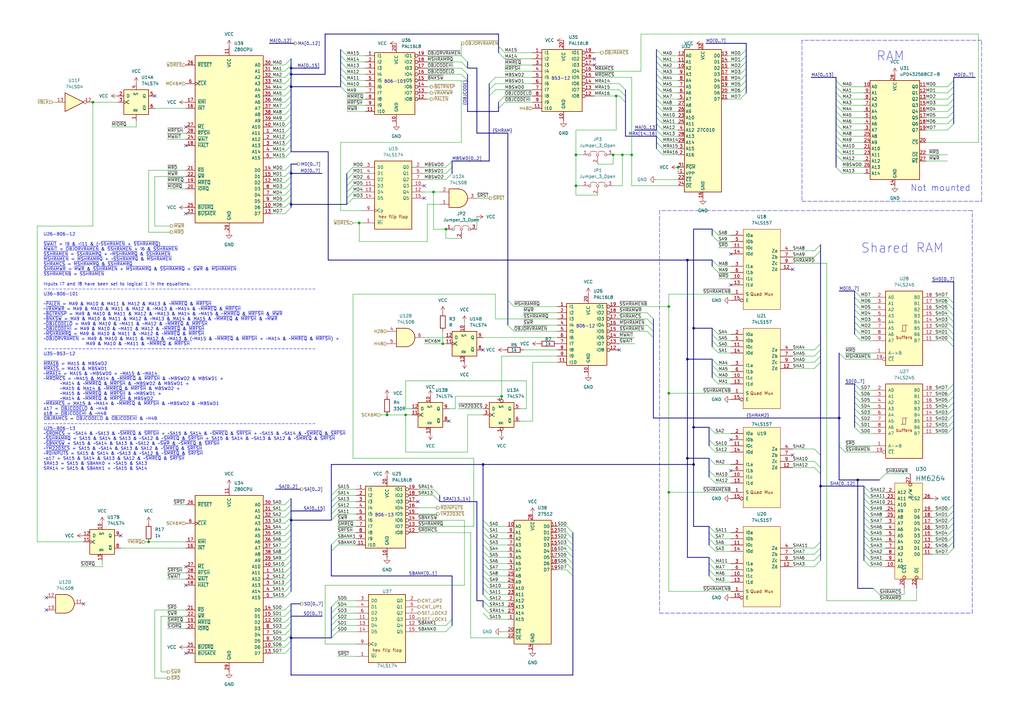
<source format=kicad_sch>
(kicad_sch (version 20211123) (generator eeschema)
  (paper "A3")
  (title_block (title "Insector X - P0-056A") (date "2022-12-06") (company "Ulf Skutnabba, twitter: @skutis77"))
  (bus_alias "OBJCODE" (members "~{OBJCODELO}" "~{OBJCODEHI}"))
  (bus_alias "SHRAM" (members "~{OBJORVRAMEN}" "~{MSHRAMRQ}"))
  (bus_alias "SHRAM2" (members "~{SHRAMWR}" "~{SHRAMCS}" "~{MSHRAMEN}" "~{SSHRAMEN}"))
  (junction (at 344.17 171.45))
  (junction (at 119.38 213.36))
  (junction (at 336.55 199.39))
  (junction (at 181.61 140.97))
  (junction (at 177.8 78.74))
  (junction (at 284.48 175.26))
  (junction (at 119.38 71.12))
  (junction (at 281.94 106.68))
  (junction (at 351.79 196.85))
  (junction (at 281.94 147.32))
  (junction (at 60.96 222.25))
  (junction (at 147.32 91.44))
  (junction (at 182.88 93.98))
  (junction (at 281.94 187.96))
  (junction (at 119.38 30.48))
  (junction (at 236.22 63.5))
  (junction (at 274.32 201.93))
  (junction (at 274.32 161.29))
  (junction (at 119.38 35.56))
  (junction (at 251.46 63.5))
  (junction (at 166.37 170.18))
  (junction (at 119.38 261.62))
  (junction (at 274.32 125.73))
  (junction (at 119.38 83.82))
  (junction (at 259.08 63.5))
  (junction (at 255.27 63.5))
  (junction (at 205.74 162.56))
  (junction (at 119.38 27.94))
  (junction (at 38.1 41.91))
  (junction (at 158.75 170.18))
  (junction (at 198.12 190.5))
  (junction (at 236.22 76.2))
  (junction (at 284.48 190.5))
  (junction (at 252.73 39.37))
  (junction (at 278.13 68.58))
  (junction (at 284.48 134.62))
  (no_connect (at 49.53 219.71))
  (no_connect (at 184.15 172.72))
  (no_connect (at 254 143.51))
  (no_connect (at 325.12 110.49))
  (no_connect (at 63.5 39.37))
  (no_connect (at 76.2 59.69))
  (no_connect (at 76.2 52.07))
  (no_connect (at 171.45 205.74))
  (no_connect (at 198.12 143.51))
  (no_connect (at 76.2 232.41))
  (no_connect (at 76.2 240.03))
  (no_connect (at 299.72 193.04))
  (no_connect (at 299.72 180.34))
  (no_connect (at 325.12 186.69))
  (no_connect (at 76.2 267.97))
  (no_connect (at 299.72 104.14))
  (no_connect (at 299.72 116.84))
  (no_connect (at 76.2 87.63))
  (no_connect (at 34.29 247.65))
  (no_connect (at 19.05 245.11))
  (no_connect (at 19.05 250.19))
  (no_connect (at 243.84 24.13))
  (no_connect (at 243.84 26.67))
  (no_connect (at 173.99 81.28))
  (no_connect (at 173.99 76.2))
  (bus_entry (at 198.12 248.92) (size 2.54 2.54))
  (bus_entry (at 142.24 73.66) (size 2.54 -2.54))
  (bus_entry (at 200.66 39.37) (size 2.54 -2.54))
  (bus_entry (at 265.43 130.81) (size 2.54 2.54))
  (bus_entry (at 265.43 133.35) (size 2.54 2.54))
  (bus_entry (at 265.43 135.89) (size 2.54 2.54))
  (bus_entry (at 265.43 128.27) (size 2.54 2.54))
  (bus_entry (at 342.9 55.88) (size 2.54 2.54))
  (bus_entry (at 388.62 38.1) (size 2.54 -2.54))
  (bus_entry (at 135.89 256.54) (size 2.54 -2.54))
  (bus_entry (at 292.1 142.24) (size 2.54 2.54))
  (bus_entry (at 232.41 220.98) (size 2.54 2.54))
  (bus_entry (at 198.12 246.38) (size 2.54 2.54))
  (bus_entry (at 388.62 45.72) (size 2.54 -2.54))
  (bus_entry (at 116.84 227.33) (size 2.54 -2.54))
  (bus_entry (at 142.24 81.28) (size 2.54 -2.54))
  (bus_entry (at 116.84 207.01) (size 2.54 -2.54))
  (bus_entry (at 116.84 209.55) (size 2.54 -2.54))
  (bus_entry (at 189.23 25.4) (size 2.54 2.54))
  (bus_entry (at 189.23 22.86) (size 2.54 2.54))
  (bus_entry (at 342.9 60.96) (size 2.54 2.54))
  (bus_entry (at 292.1 149.86) (size 2.54 2.54))
  (bus_entry (at 116.84 229.87) (size 2.54 -2.54))
  (bus_entry (at 388.62 175.26) (size 2.54 -2.54))
  (bus_entry (at 303.53 22.86) (size 2.54 -2.54))
  (bus_entry (at 116.84 255.27) (size 2.54 -2.54))
  (bus_entry (at 116.84 234.95) (size 2.54 -2.54))
  (bus_entry (at 388.62 224.79) (size 2.54 -2.54))
  (bus_entry (at 198.12 231.14) (size 2.54 2.54))
  (bus_entry (at 334.01 229.87) (size 2.54 -2.54))
  (bus_entry (at 388.62 132.08) (size 2.54 2.54))
  (bus_entry (at 269.24 55.88) (size 2.54 2.54))
  (bus_entry (at 344.17 144.78) (size 2.54 2.54))
  (bus_entry (at 135.89 254) (size 2.54 -2.54))
  (bus_entry (at 350.52 167.64) (size 2.54 2.54))
  (bus_entry (at 388.62 35.56) (size 2.54 -2.54))
  (bus_entry (at 208.28 133.35) (size 2.54 2.54))
  (bus_entry (at 208.28 123.19) (size 2.54 2.54))
  (bus_entry (at 334.01 148.59) (size 2.54 -2.54))
  (bus_entry (at 350.52 124.46) (size 2.54 2.54))
  (bus_entry (at 116.84 69.85) (size 2.54 -2.54))
  (bus_entry (at 116.84 72.39) (size 2.54 -2.54))
  (bus_entry (at 116.84 80.01) (size 2.54 -2.54))
  (bus_entry (at 116.84 82.55) (size 2.54 -2.54))
  (bus_entry (at 116.84 85.09) (size 2.54 -2.54))
  (bus_entry (at 116.84 74.93) (size 2.54 -2.54))
  (bus_entry (at 116.84 77.47) (size 2.54 -2.54))
  (bus_entry (at 116.84 87.63) (size 2.54 -2.54))
  (bus_entry (at 269.24 27.94) (size 2.54 2.54))
  (bus_entry (at 290.83 233.68) (size 2.54 2.54))
  (bus_entry (at 135.89 261.62) (size 2.54 -2.54))
  (bus_entry (at 232.41 215.9) (size 2.54 2.54))
  (bus_entry (at 269.24 48.26) (size 2.54 2.54))
  (bus_entry (at 303.53 33.02) (size 2.54 -2.54))
  (bus_entry (at 290.83 180.34) (size 2.54 2.54))
  (bus_entry (at 116.84 250.19) (size 2.54 -2.54))
  (bus_entry (at 290.83 193.04) (size 2.54 2.54))
  (bus_entry (at 358.14 241.3) (size 2.54 2.54))
  (bus_entry (at 292.1 109.22) (size 2.54 2.54))
  (bus_entry (at 182.88 68.58) (size 2.54 -2.54))
  (bus_entry (at 182.88 71.12) (size 2.54 -2.54))
  (bus_entry (at 182.88 73.66) (size 2.54 -2.54))
  (bus_entry (at 204.47 19.05) (size 2.54 2.54))
  (bus_entry (at 204.47 21.59) (size 2.54 2.54))
  (bus_entry (at 360.68 196.85) (size 2.54 -2.54))
  (bus_entry (at 198.12 226.06) (size 2.54 2.54))
  (bus_entry (at 388.62 134.62) (size 2.54 2.54))
  (bus_entry (at 354.33 212.09) (size 2.54 2.54))
  (bus_entry (at 139.7 20.32) (size 2.54 2.54))
  (bus_entry (at 139.7 22.86) (size 2.54 2.54))
  (bus_entry (at 139.7 25.4) (size 2.54 2.54))
  (bus_entry (at 139.7 27.94) (size 2.54 2.54))
  (bus_entry (at 139.7 30.48) (size 2.54 2.54))
  (bus_entry (at 139.7 33.02) (size 2.54 2.54))
  (bus_entry (at 354.33 209.55) (size 2.54 2.54))
  (bus_entry (at 342.9 48.26) (size 2.54 2.54))
  (bus_entry (at 350.52 165.1) (size 2.54 2.54))
  (bus_entry (at 350.52 119.38) (size 2.54 2.54))
  (bus_entry (at 350.52 127) (size 2.54 2.54))
  (bus_entry (at 290.83 182.88) (size 2.54 2.54))
  (bus_entry (at 269.24 58.42) (size 2.54 2.54))
  (bus_entry (at 135.89 213.36) (size 2.54 -2.54))
  (bus_entry (at 135.89 203.2) (size 2.54 -2.54))
  (bus_entry (at 135.89 205.74) (size 2.54 -2.54))
  (bus_entry (at 135.89 208.28) (size 2.54 -2.54))
  (bus_entry (at 135.89 210.82) (size 2.54 -2.54))
  (bus_entry (at 269.24 40.64) (size 2.54 2.54))
  (bus_entry (at 350.52 172.72) (size 2.54 2.54))
  (bus_entry (at 334.01 191.77) (size 2.54 2.54))
  (bus_entry (at 116.84 265.43) (size 2.54 -2.54))
  (bus_entry (at 135.89 259.08) (size 2.54 -2.54))
  (bus_entry (at 290.83 236.22) (size 2.54 2.54))
  (bus_entry (at 142.24 78.74) (size 2.54 -2.54))
  (bus_entry (at 334.01 102.87) (size 2.54 -2.54))
  (bus_entry (at 116.84 224.79) (size 2.54 -2.54))
  (bus_entry (at 177.8 200.66) (size 2.54 2.54))
  (bus_entry (at 350.52 137.16) (size 2.54 2.54))
  (bus_entry (at 269.24 30.48) (size 2.54 2.54))
  (bus_entry (at 342.9 45.72) (size 2.54 2.54))
  (bus_entry (at 116.84 232.41) (size 2.54 -2.54))
  (bus_entry (at 116.84 257.81) (size 2.54 -2.54))
  (bus_entry (at 290.83 220.98) (size 2.54 2.54))
  (bus_entry (at 388.62 214.63) (size 2.54 -2.54))
  (bus_entry (at 303.53 40.64) (size 2.54 -2.54))
  (bus_entry (at 354.33 217.17) (size 2.54 2.54))
  (bus_entry (at 334.01 232.41) (size 2.54 -2.54))
  (bus_entry (at 342.9 33.02) (size 2.54 2.54))
  (bus_entry (at 342.9 38.1) (size 2.54 2.54))
  (bus_entry (at 342.9 35.56) (size 2.54 2.54))
  (bus_entry (at 269.24 38.1) (size 2.54 2.54))
  (bus_entry (at 388.62 40.64) (size 2.54 -2.54))
  (bus_entry (at 135.89 251.46) (size 2.54 -2.54))
  (bus_entry (at 342.9 53.34) (size 2.54 2.54))
  (bus_entry (at 290.83 175.26) (size 2.54 2.54))
  (bus_entry (at 354.33 219.71) (size 2.54 2.54))
  (bus_entry (at 116.84 240.03) (size 2.54 -2.54))
  (bus_entry (at 116.84 222.25) (size 2.54 -2.54))
  (bus_entry (at 198.12 241.3) (size 2.54 2.54))
  (bus_entry (at 269.24 20.32) (size 2.54 2.54))
  (bus_entry (at 350.52 129.54) (size 2.54 2.54))
  (bus_entry (at 388.62 137.16) (size 2.54 2.54))
  (bus_entry (at 198.12 236.22) (size 2.54 2.54))
  (bus_entry (at 142.24 71.12) (size 2.54 -2.54))
  (bus_entry (at 135.89 226.06) (size 2.54 -2.54))
  (bus_entry (at 342.9 68.58) (size 2.54 2.54))
  (bus_entry (at 354.33 222.25) (size 2.54 2.54))
  (bus_entry (at 116.84 214.63) (size 2.54 -2.54))
  (bus_entry (at 269.24 22.86) (size 2.54 2.54))
  (bus_entry (at 269.24 33.02) (size 2.54 2.54))
  (bus_entry (at 292.1 139.7) (size 2.54 2.54))
  (bus_entry (at 354.33 229.87) (size 2.54 2.54))
  (bus_entry (at 135.89 223.52) (size 2.54 -2.54))
  (bus_entry (at 198.12 228.6) (size 2.54 2.54))
  (bus_entry (at 354.33 204.47) (size 2.54 2.54))
  (bus_entry (at 334.01 151.13) (size 2.54 -2.54))
  (bus_entry (at 292.1 93.98) (size 2.54 2.54))
  (bus_entry (at 269.24 25.4) (size 2.54 2.54))
  (bus_entry (at 290.83 215.9) (size 2.54 2.54))
  (bus_entry (at 344.17 182.88) (size 2.54 2.54))
  (bus_entry (at 142.24 83.82) (size 2.54 -2.54))
  (bus_entry (at 354.33 201.93) (size 2.54 2.54))
  (bus_entry (at 350.52 160.02) (size 2.54 2.54))
  (bus_entry (at 303.53 35.56) (size 2.54 -2.54))
  (bus_entry (at 116.84 242.57) (size 2.54 -2.54))
  (bus_entry (at 200.66 34.29) (size 2.54 -2.54))
  (bus_entry (at 292.1 137.16) (size 2.54 2.54))
  (bus_entry (at 388.62 53.34) (size 2.54 -2.54))
  (bus_entry (at 198.12 243.84) (size 2.54 2.54))
  (bus_entry (at 388.62 165.1) (size 2.54 -2.54))
  (bus_entry (at 334.01 189.23) (size 2.54 2.54))
  (bus_entry (at 189.23 27.94) (size 2.54 2.54))
  (bus_entry (at 189.23 30.48) (size 2.54 2.54))
  (bus_entry (at 116.84 44.45) (size 2.54 -2.54))
  (bus_entry (at 116.84 41.91) (size 2.54 -2.54))
  (bus_entry (at 116.84 46.99) (size 2.54 -2.54))
  (bus_entry (at 116.84 49.53) (size 2.54 -2.54))
  (bus_entry (at 116.84 39.37) (size 2.54 -2.54))
  (bus_entry (at 116.84 36.83) (size 2.54 -2.54))
  (bus_entry (at 116.84 31.75) (size 2.54 -2.54))
  (bus_entry (at 116.84 34.29) (size 2.54 -2.54))
  (bus_entry (at 116.84 26.67) (size 2.54 -2.54))
  (bus_entry (at 116.84 29.21) (size 2.54 -2.54))
  (bus_entry (at 116.84 52.07) (size 2.54 -2.54))
  (bus_entry (at 116.84 54.61) (size 2.54 -2.54))
  (bus_entry (at 116.84 57.15) (size 2.54 -2.54))
  (bus_entry (at 116.84 64.77) (size 2.54 -2.54))
  (bus_entry (at 116.84 62.23) (size 2.54 -2.54))
  (bus_entry (at 116.84 59.69) (size 2.54 -2.54))
  (bus_entry (at 342.9 63.5) (size 2.54 2.54))
  (bus_entry (at 290.83 187.96) (size 2.54 2.54))
  (bus_entry (at 388.62 50.8) (size 2.54 -2.54))
  (bus_entry (at 200.66 36.83) (size 2.54 -2.54))
  (bus_entry (at 354.33 207.01) (size 2.54 2.54))
  (bus_entry (at 388.62 219.71) (size 2.54 -2.54))
  (bus_entry (at 116.84 252.73) (size 2.54 -2.54))
  (bus_entry (at 388.62 227.33) (size 2.54 -2.54))
  (bus_entry (at 198.12 251.46) (size 2.54 2.54))
  (bus_entry (at 198.12 233.68) (size 2.54 2.54))
  (bus_entry (at 198.12 223.52) (size 2.54 2.54))
  (bus_entry (at 303.53 38.1) (size 2.54 -2.54))
  (bus_entry (at 303.53 30.48) (size 2.54 -2.54))
  (bus_entry (at 388.62 129.54) (size 2.54 2.54))
  (bus_entry (at 388.62 127) (size 2.54 2.54))
  (bus_entry (at 388.62 124.46) (size 2.54 2.54))
  (bus_entry (at 388.62 121.92) (size 2.54 2.54))
  (bus_entry (at 350.52 121.92) (size 2.54 2.54))
  (bus_entry (at 388.62 217.17) (size 2.54 -2.54))
  (bus_entry (at 177.8 203.2) (size 2.54 2.54))
  (bus_entry (at 342.9 58.42) (size 2.54 2.54))
  (bus_entry (at 388.62 48.26) (size 2.54 -2.54))
  (bus_entry (at 232.41 228.6) (size 2.54 2.54))
  (bus_entry (at 334.01 143.51) (size 2.54 -2.54))
  (bus_entry (at 232.41 233.68) (size 2.54 2.54))
  (bus_entry (at 254 34.29) (size 2.54 2.54))
  (bus_entry (at 254 36.83) (size 2.54 2.54))
  (bus_entry (at 254 39.37) (size 2.54 2.54))
  (bus_entry (at 232.41 218.44) (size 2.54 2.54))
  (bus_entry (at 198.12 238.76) (size 2.54 2.54))
  (bus_entry (at 232.41 226.06) (size 2.54 2.54))
  (bus_entry (at 334.01 224.79) (size 2.54 -2.54))
  (bus_entry (at 350.52 134.62) (size 2.54 2.54))
  (bus_entry (at 350.52 175.26) (size 2.54 2.54))
  (bus_entry (at 334.01 146.05) (size 2.54 -2.54))
  (bus_entry (at 350.52 162.56) (size 2.54 2.54))
  (bus_entry (at 342.9 43.18) (size 2.54 2.54))
  (bus_entry (at 116.84 262.89) (size 2.54 -2.54))
  (bus_entry (at 182.88 259.08) (size 2.54 -2.54))
  (bus_entry (at 182.88 256.54) (size 2.54 -2.54))
  (bus_entry (at 290.83 223.52) (size 2.54 2.54))
  (bus_entry (at 292.1 147.32) (size 2.54 2.54))
  (bus_entry (at 342.9 50.8) (size 2.54 2.54))
  (bus_entry (at 269.24 43.18) (size 2.54 2.54))
  (bus_entry (at 290.83 231.14) (size 2.54 2.54))
  (bus_entry (at 292.1 96.52) (size 2.54 2.54))
  (bus_entry (at 354.33 224.79) (size 2.54 2.54))
  (bus_entry (at 388.62 167.64) (size 2.54 -2.54))
  (bus_entry (at 116.84 219.71) (size 2.54 -2.54))
  (bus_entry (at 116.84 267.97) (size 2.54 -2.54))
  (bus_entry (at 354.33 227.33) (size 2.54 2.54))
  (bus_entry (at 388.62 212.09) (size 2.54 -2.54))
  (bus_entry (at 303.53 27.94) (size 2.54 -2.54))
  (bus_entry (at 292.1 134.62) (size 2.54 2.54))
  (bus_entry (at 269.24 60.96) (size 2.54 2.54))
  (bus_entry (at 290.83 228.6) (size 2.54 2.54))
  (bus_entry (at 334.01 105.41) (size 2.54 -2.54))
  (bus_entry (at 116.84 212.09) (size 2.54 -2.54))
  (bus_entry (at 388.62 209.55) (size 2.54 -2.54))
  (bus_entry (at 269.24 35.56) (size 2.54 2.54))
  (bus_entry (at 290.83 218.44) (size 2.54 2.54))
  (bus_entry (at 350.52 132.08) (size 2.54 2.54))
  (bus_entry (at 292.1 154.94) (size 2.54 2.54))
  (bus_entry (at 198.12 213.36) (size 2.54 2.54))
  (bus_entry (at 198.12 220.98) (size 2.54 2.54))
  (bus_entry (at 198.12 215.9) (size 2.54 2.54))
  (bus_entry (at 198.12 218.44) (size 2.54 2.54))
  (bus_entry (at 342.9 40.64) (size 2.54 2.54))
  (bus_entry (at 142.24 76.2) (size 2.54 -2.54))
  (bus_entry (at 269.24 53.34) (size 2.54 2.54))
  (bus_entry (at 388.62 160.02) (size 2.54 -2.54))
  (bus_entry (at 116.84 217.17) (size 2.54 -2.54))
  (bus_entry (at 116.84 245.11) (size 2.54 -2.54))
  (bus_entry (at 334.01 184.15) (size 2.54 2.54))
  (bus_entry (at 388.62 177.8) (size 2.54 -2.54))
  (bus_entry (at 204.47 44.45) (size 2.54 -2.54))
  (bus_entry (at 204.47 41.91) (size 2.54 -2.54))
  (bus_entry (at 290.83 195.58) (size 2.54 2.54))
  (bus_entry (at 388.62 139.7) (size 2.54 2.54))
  (bus_entry (at 139.7 35.56) (size 2.54 2.54))
  (bus_entry (at 269.24 45.72) (size 2.54 2.54))
  (bus_entry (at 135.89 248.92) (size 2.54 -2.54))
  (bus_entry (at 334.01 227.33) (size 2.54 -2.54))
  (bus_entry (at 232.41 231.14) (size 2.54 2.54))
  (bus_entry (at 303.53 25.4) (size 2.54 -2.54))
  (bus_entry (at 354.33 214.63) (size 2.54 2.54))
  (bus_entry (at 116.84 237.49) (size 2.54 -2.54))
  (bus_entry (at 350.52 157.48) (size 2.54 2.54))
  (bus_entry (at 269.24 50.8) (size 2.54 2.54))
  (bus_entry (at 388.62 162.56) (size 2.54 -2.54))
  (bus_entry (at 292.1 106.68) (size 2.54 2.54))
  (bus_entry (at 232.41 223.52) (size 2.54 2.54))
  (bus_entry (at 388.62 172.72) (size 2.54 -2.54))
  (bus_entry (at 388.62 170.18) (size 2.54 -2.54))
  (bus_entry (at 116.84 260.35) (size 2.54 -2.54))
  (bus_entry (at 292.1 152.4) (size 2.54 2.54))
  (bus_entry (at 388.62 43.18) (size 2.54 -2.54))
  (bus_entry (at 350.52 170.18) (size 2.54 2.54))
  (bus_entry (at 388.62 222.25) (size 2.54 -2.54))
  (bus_entry (at 354.33 199.39) (size 2.54 2.54))
  (wire (pts (xy 63.5 44.45) (xy 76.2 44.45)))
  (bus (pts (xy 198.12 215.9) (xy 198.12 213.36)))
  (bus (pts (xy 351.79 196.85) (xy 351.79 241.3)))
  (bus (pts (xy 119.38 252.73) (xy 119.38 250.19)))
  (bus (pts (xy 391.16 124.46) (xy 391.16 127)))
  (bus (pts (xy 344.17 144.78) (xy 344.17 171.45)))
  (wire (pts (xy 382.27 212.09) (xy 388.62 212.09)))
  (wire (pts (xy 176.53 40.64) (xy 175.26 40.64)))
  (bus (pts (xy 354.33 214.63) (xy 354.33 212.09)))
  (wire (pts (xy 41.91 232.41) (xy 41.91 229.87)))
  (bus (pts (xy 292.1 109.22) (xy 292.1 106.68)))
  (wire (pts (xy 353.06 175.26) (xy 358.14 175.26)))
  (wire (pts (xy 363.22 194.31) (xy 373.38 194.31)))
  (wire (pts (xy 111.76 265.43) (xy 116.84 265.43)))
  (wire (pts (xy 142.24 25.4) (xy 149.86 25.4)))
  (wire (pts (xy 379.73 48.26) (xy 388.62 48.26)))
  (wire (pts (xy 353.06 134.62) (xy 358.14 134.62)))
  (bus (pts (xy 198.12 213.36) (xy 198.12 190.5)))
  (bus (pts (xy 142.24 76.2) (xy 142.24 78.74)))
  (wire (pts (xy 38.1 41.91) (xy 38.1 92.71)))
  (wire (pts (xy 156.21 170.18) (xy 158.75 170.18)))
  (wire (pts (xy 138.43 269.24) (xy 146.05 269.24)))
  (wire (pts (xy 111.76 227.33) (xy 116.84 227.33)))
  (bus (pts (xy 391.16 217.17) (xy 391.16 214.63)))
  (bus (pts (xy 391.16 170.18) (xy 391.16 172.72)))
  (wire (pts (xy 144.78 71.12) (xy 148.59 71.12)))
  (wire (pts (xy 346.71 144.78) (xy 358.14 144.78)))
  (wire (pts (xy 210.82 135.89) (xy 228.6 135.89)))
  (wire (pts (xy 271.78 38.1) (xy 278.13 38.1)))
  (wire (pts (xy 138.43 200.66) (xy 146.05 200.66)))
  (bus (pts (xy 208.28 123.19) (xy 208.28 133.35)))
  (wire (pts (xy 243.84 29.21) (xy 262.89 29.21)))
  (wire (pts (xy 111.76 59.69) (xy 116.84 59.69)))
  (wire (pts (xy 236.22 53.34) (xy 252.73 53.34)))
  (bus (pts (xy 119.38 36.83) (xy 119.38 35.56)))
  (wire (pts (xy 353.06 170.18) (xy 358.14 170.18)))
  (bus (pts (xy 119.38 257.81) (xy 119.38 255.27)))
  (bus (pts (xy 350.52 121.92) (xy 350.52 119.38)))
  (bus (pts (xy 391.16 38.1) (xy 391.16 35.56)))
  (wire (pts (xy 182.88 93.98) (xy 177.8 93.98)))
  (bus (pts (xy 198.12 228.6) (xy 198.12 226.06)))
  (bus (pts (xy 204.47 41.91) (xy 204.47 44.45)))
  (bus (pts (xy 119.38 276.86) (xy 119.38 265.43)))
  (wire (pts (xy 111.76 29.21) (xy 116.84 29.21)))
  (wire (pts (xy 251.46 76.2) (xy 255.27 76.2)))
  (bus (pts (xy 354.33 224.79) (xy 354.33 222.25)))
  (bus (pts (xy 350.52 160.02) (xy 350.52 157.48)))
  (wire (pts (xy 133.35 240.03) (xy 133.35 264.16)))
  (wire (pts (xy 200.66 218.44) (xy 208.28 218.44)))
  (bus (pts (xy 336.55 194.31) (xy 336.55 199.39)))
  (bus (pts (xy 391.16 132.08) (xy 391.16 134.62)))
  (wire (pts (xy 173.99 71.12) (xy 182.88 71.12)))
  (bus (pts (xy 256.54 41.91) (xy 256.54 55.88)))
  (bus (pts (xy 135.89 203.2) (xy 135.89 205.74)))
  (bus (pts (xy 350.52 175.26) (xy 350.52 172.72)))
  (bus (pts (xy 306.07 17.78) (xy 306.07 20.32)))
  (wire (pts (xy 262.89 13.97) (xy 401.32 13.97)))
  (wire (pts (xy 274.32 242.57) (xy 299.72 242.57)))
  (bus (pts (xy 269.24 20.32) (xy 269.24 22.86)))
  (bus (pts (xy 198.12 236.22) (xy 198.12 233.68)))
  (wire (pts (xy 166.37 185.42) (xy 166.37 170.18)))
  (bus (pts (xy 119.38 69.85) (xy 119.38 67.31)))
  (bus (pts (xy 139.7 35.56) (xy 119.38 35.56)))
  (wire (pts (xy 142.24 30.48) (xy 149.86 30.48)))
  (wire (pts (xy 382.27 214.63) (xy 388.62 214.63)))
  (wire (pts (xy 294.64 96.52) (xy 299.72 96.52)))
  (bus (pts (xy 191.77 33.02) (xy 191.77 45.72)))
  (wire (pts (xy 49.53 224.79) (xy 76.2 224.79)))
  (bus (pts (xy 139.7 25.4) (xy 139.7 27.94)))
  (wire (pts (xy 278.13 68.58) (xy 278.13 71.12)))
  (wire (pts (xy 243.84 31.75) (xy 259.08 31.75)))
  (wire (pts (xy 356.87 222.25) (xy 363.22 222.25)))
  (wire (pts (xy 111.76 36.83) (xy 116.84 36.83)))
  (wire (pts (xy 356.87 201.93) (xy 363.22 201.93)))
  (wire (pts (xy 388.62 121.92) (xy 383.54 121.92)))
  (wire (pts (xy 186.69 167.64) (xy 186.69 162.56)))
  (polyline (pts (xy 270.51 86.36) (xy 270.51 88.9)))
  (wire (pts (xy 138.43 205.74) (xy 146.05 205.74)))
  (wire (pts (xy 138.43 218.44) (xy 146.05 218.44)))
  (bus (pts (xy 234.95 231.14) (xy 234.95 233.68)))
  (bus (pts (xy 281.94 187.96) (xy 281.94 228.6)))
  (bus (pts (xy 185.42 256.54) (xy 185.42 254)))
  (wire (pts (xy 271.78 58.42) (xy 278.13 58.42)))
  (wire (pts (xy 294.64 101.6) (xy 299.72 101.6)))
  (bus (pts (xy 200.66 36.83) (xy 200.66 39.37)))
  (wire (pts (xy 207.01 24.13) (xy 218.44 24.13)))
  (bus (pts (xy 139.7 22.86) (xy 139.7 25.4)))
  (bus (pts (xy 119.38 242.57) (xy 119.38 240.03)))
  (wire (pts (xy 111.76 46.99) (xy 116.84 46.99)))
  (bus (pts (xy 284.48 175.26) (xy 290.83 175.26)))
  (bus (pts (xy 351.79 196.85) (xy 360.68 196.85)))
  (bus (pts (xy 119.38 57.15) (xy 119.38 54.61)))
  (bus (pts (xy 281.94 187.96) (xy 290.83 187.96)))
  (wire (pts (xy 15.24 222.25) (xy 34.29 222.25)))
  (wire (pts (xy 379.73 38.1) (xy 388.62 38.1)))
  (bus (pts (xy 119.38 224.79) (xy 119.38 222.25)))
  (wire (pts (xy 298.45 25.4) (xy 303.53 25.4)))
  (wire (pts (xy 325.12 143.51) (xy 334.01 143.51)))
  (bus (pts (xy 336.55 148.59) (xy 336.55 186.69)))
  (bus (pts (xy 342.9 38.1) (xy 342.9 40.64)))
  (wire (pts (xy 254 125.73) (xy 274.32 125.73)))
  (wire (pts (xy 294.64 144.78) (xy 299.72 144.78)))
  (bus (pts (xy 119.38 31.75) (xy 119.38 30.48)))
  (wire (pts (xy 171.45 259.08) (xy 182.88 259.08)))
  (wire (pts (xy 63.5 72.39) (xy 76.2 72.39)))
  (bus (pts (xy 290.83 231.14) (xy 290.83 228.6)))
  (bus (pts (xy 290.83 175.26) (xy 290.83 180.34)))
  (bus (pts (xy 391.16 134.62) (xy 391.16 137.16)))
  (bus (pts (xy 142.24 71.12) (xy 142.24 73.66)))
  (bus (pts (xy 342.9 48.26) (xy 342.9 50.8)))
  (wire (pts (xy 200.66 220.98) (xy 208.28 220.98)))
  (wire (pts (xy 325.12 151.13) (xy 334.01 151.13)))
  (wire (pts (xy 293.37 223.52) (xy 299.72 223.52)))
  (bus (pts (xy 198.12 220.98) (xy 198.12 218.44)))
  (bus (pts (xy 336.55 140.97) (xy 336.55 143.51)))
  (bus (pts (xy 391.16 175.26) (xy 391.16 207.01)))
  (polyline (pts (xy 398.78 86.36) (xy 270.51 86.36)))
  (wire (pts (xy 271.78 55.88) (xy 278.13 55.88)))
  (wire (pts (xy 294.64 139.7) (xy 299.72 139.7)))
  (wire (pts (xy 142.24 38.1) (xy 149.86 38.1)))
  (bus (pts (xy 281.94 228.6) (xy 290.83 228.6)))
  (bus (pts (xy 391.16 212.09) (xy 391.16 209.55)))
  (wire (pts (xy 254 130.81) (xy 265.43 130.81)))
  (wire (pts (xy 259.08 31.75) (xy 259.08 63.5)))
  (bus (pts (xy 133.35 13.97) (xy 133.35 30.48)))
  (wire (pts (xy 194.31 187.96) (xy 144.78 187.96)))
  (wire (pts (xy 271.78 30.48) (xy 278.13 30.48)))
  (bus (pts (xy 198.12 238.76) (xy 198.12 236.22)))
  (bus (pts (xy 336.55 227.33) (xy 336.55 229.87)))
  (wire (pts (xy 111.76 255.27) (xy 116.84 255.27)))
  (bus (pts (xy 119.38 83.82) (xy 142.24 83.82)))
  (wire (pts (xy 345.44 60.96) (xy 354.33 60.96)))
  (wire (pts (xy 207.01 29.21) (xy 218.44 29.21)))
  (bus (pts (xy 256.54 39.37) (xy 256.54 41.91)))
  (wire (pts (xy 68.58 278.13) (xy 63.5 278.13)))
  (wire (pts (xy 388.62 137.16) (xy 383.54 137.16)))
  (bus (pts (xy 195.58 205.74) (xy 195.58 246.38)))
  (wire (pts (xy 158.75 170.18) (xy 166.37 170.18)))
  (wire (pts (xy 111.76 252.73) (xy 116.84 252.73)))
  (wire (pts (xy 189.23 17.78) (xy 189.23 22.86)))
  (wire (pts (xy 111.76 214.63) (xy 116.84 214.63)))
  (bus (pts (xy 290.83 218.44) (xy 290.83 215.9)))
  (wire (pts (xy 144.78 68.58) (xy 148.59 68.58)))
  (wire (pts (xy 382.27 227.33) (xy 388.62 227.33)))
  (wire (pts (xy 144.78 76.2) (xy 148.59 76.2)))
  (wire (pts (xy 111.76 72.39) (xy 116.84 72.39)))
  (wire (pts (xy 111.76 212.09) (xy 116.84 212.09)))
  (bus (pts (xy 354.33 207.01) (xy 354.33 209.55)))
  (wire (pts (xy 218.44 172.72) (xy 218.44 148.59)))
  (bus (pts (xy 135.89 210.82) (xy 135.89 213.36)))
  (bus (pts (xy 195.58 205.74) (xy 180.34 205.74)))
  (wire (pts (xy 171.45 203.2) (xy 177.8 203.2)))
  (bus (pts (xy 180.34 203.2) (xy 180.34 205.74)))
  (bus (pts (xy 391.16 167.64) (xy 391.16 170.18)))
  (bus (pts (xy 350.52 129.54) (xy 350.52 127)))
  (bus (pts (xy 284.48 134.62) (xy 292.1 134.62)))
  (wire (pts (xy 200.66 228.6) (xy 208.28 228.6)))
  (bus (pts (xy 204.47 19.05) (xy 204.47 21.59)))
  (bus (pts (xy 234.95 228.6) (xy 234.95 231.14)))
  (wire (pts (xy 203.2 31.75) (xy 218.44 31.75)))
  (bus (pts (xy 185.42 254) (xy 185.42 236.22)))
  (bus (pts (xy 135.89 223.52) (xy 135.89 226.06)))
  (wire (pts (xy 388.62 172.72) (xy 383.54 172.72)))
  (wire (pts (xy 388.62 139.7) (xy 383.54 139.7)))
  (bus (pts (xy 391.16 129.54) (xy 391.16 132.08)))
  (bus (pts (xy 119.38 52.07) (xy 119.38 49.53)))
  (wire (pts (xy 38.1 41.91) (xy 48.26 41.91)))
  (bus (pts (xy 269.24 22.86) (xy 269.24 25.4)))
  (wire (pts (xy 111.76 237.49) (xy 116.84 237.49)))
  (wire (pts (xy 325.12 189.23) (xy 334.01 189.23)))
  (wire (pts (xy 388.62 170.18) (xy 383.54 170.18)))
  (bus (pts (xy 350.52 137.16) (xy 350.52 134.62)))
  (wire (pts (xy 274.32 201.93) (xy 299.72 201.93)))
  (bus (pts (xy 306.07 30.48) (xy 306.07 33.02)))
  (wire (pts (xy 198.12 170.18) (xy 191.77 170.18)))
  (bus (pts (xy 354.33 212.09) (xy 354.33 209.55)))
  (wire (pts (xy 271.78 53.34) (xy 278.13 53.34)))
  (wire (pts (xy 203.2 36.83) (xy 218.44 36.83)))
  (bus (pts (xy 119.38 209.55) (xy 132.08 209.55)))
  (wire (pts (xy 254 128.27) (xy 265.43 128.27)))
  (wire (pts (xy 356.87 229.87) (xy 363.22 229.87)))
  (wire (pts (xy 298.45 33.02) (xy 303.53 33.02)))
  (bus (pts (xy 135.89 256.54) (xy 135.89 259.08)))
  (wire (pts (xy 138.43 208.28) (xy 146.05 208.28)))
  (bus (pts (xy 284.48 93.98) (xy 292.1 93.98)))
  (wire (pts (xy 144.78 81.28) (xy 148.59 81.28)))
  (wire (pts (xy 63.5 250.19) (xy 76.2 250.19)))
  (wire (pts (xy 111.76 77.47) (xy 116.84 77.47)))
  (wire (pts (xy 200.66 215.9) (xy 208.28 215.9)))
  (bus (pts (xy 350.52 170.18) (xy 350.52 167.64)))
  (wire (pts (xy 142.24 27.94) (xy 149.86 27.94)))
  (wire (pts (xy 111.76 267.97) (xy 116.84 267.97)))
  (wire (pts (xy 356.87 204.47) (xy 363.22 204.47)))
  (wire (pts (xy 68.58 77.47) (xy 76.2 77.47)))
  (bus (pts (xy 269.24 35.56) (xy 269.24 38.1)))
  (bus (pts (xy 139.7 33.02) (xy 139.7 35.56)))
  (bus (pts (xy 290.83 180.34) (xy 290.83 182.88)))
  (wire (pts (xy 269.24 73.66) (xy 278.13 73.66)))
  (wire (pts (xy 176.53 38.1) (xy 175.26 38.1)))
  (bus (pts (xy 342.9 50.8) (xy 342.9 53.34)))
  (bus (pts (xy 269.24 38.1) (xy 269.24 40.64)))
  (wire (pts (xy 139.7 58.42) (xy 139.7 86.36)))
  (bus (pts (xy 191.77 25.4) (xy 191.77 27.94)))
  (bus (pts (xy 119.38 227.33) (xy 119.38 224.79)))
  (wire (pts (xy 254 133.35) (xy 265.43 133.35)))
  (bus (pts (xy 135.89 226.06) (xy 135.89 236.22)))
  (bus (pts (xy 234.95 236.22) (xy 234.95 276.86)))
  (wire (pts (xy 271.78 40.64) (xy 278.13 40.64)))
  (wire (pts (xy 379.73 40.64) (xy 388.62 40.64)))
  (wire (pts (xy 401.32 13.97) (xy 401.32 58.42)))
  (bus (pts (xy 119.38 209.55) (xy 119.38 207.01)))
  (wire (pts (xy 171.45 218.44) (xy 193.04 218.44)))
  (bus (pts (xy 135.89 190.5) (xy 135.89 203.2)))
  (bus (pts (xy 391.16 35.56) (xy 391.16 33.02)))
  (wire (pts (xy 138.43 259.08) (xy 146.05 259.08)))
  (wire (pts (xy 213.36 167.64) (xy 215.9 167.64)))
  (bus (pts (xy 267.97 130.81) (xy 267.97 133.35)))
  (wire (pts (xy 138.43 213.36) (xy 146.05 213.36)))
  (wire (pts (xy 111.76 219.71) (xy 116.84 219.71)))
  (bus (pts (xy 135.89 251.46) (xy 135.89 254)))
  (wire (pts (xy 379.73 58.42) (xy 401.32 58.42)))
  (wire (pts (xy 111.76 232.41) (xy 116.84 232.41)))
  (wire (pts (xy 379.73 63.5) (xy 388.62 63.5)))
  (wire (pts (xy 138.43 203.2) (xy 146.05 203.2)))
  (bus (pts (xy 290.83 193.04) (xy 290.83 187.96)))
  (wire (pts (xy 189.23 33.02) (xy 189.23 58.42)))
  (wire (pts (xy 171.45 213.36) (xy 190.5 213.36)))
  (bus (pts (xy 234.95 218.44) (xy 234.95 220.98)))
  (wire (pts (xy 236.22 63.5) (xy 236.22 53.34)))
  (bus (pts (xy 119.38 232.41) (xy 119.38 229.87)))
  (wire (pts (xy 298.45 27.94) (xy 303.53 27.94)))
  (wire (pts (xy 356.87 232.41) (xy 363.22 232.41)))
  (wire (pts (xy 271.78 35.56) (xy 278.13 35.56)))
  (wire (pts (xy 379.73 35.56) (xy 388.62 35.56)))
  (bus (pts (xy 119.38 83.82) (xy 119.38 82.55)))
  (wire (pts (xy 215.9 167.64) (xy 215.9 156.21)))
  (bus (pts (xy 391.16 127) (xy 391.16 129.54)))
  (wire (pts (xy 191.77 170.18) (xy 191.77 185.42)))
  (wire (pts (xy 111.76 26.67) (xy 116.84 26.67)))
  (bus (pts (xy 234.95 226.06) (xy 234.95 228.6)))
  (wire (pts (xy 271.78 43.18) (xy 278.13 43.18)))
  (wire (pts (xy 191.77 185.42) (xy 166.37 185.42)))
  (bus (pts (xy 119.38 212.09) (xy 119.38 209.55)))
  (wire (pts (xy 271.78 27.94) (xy 278.13 27.94)))
  (wire (pts (xy 246.38 21.59) (xy 243.84 21.59)))
  (bus (pts (xy 119.38 219.71) (xy 119.38 217.17)))
  (bus (pts (xy 139.7 27.94) (xy 139.7 30.48)))
  (wire (pts (xy 353.06 139.7) (xy 358.14 139.7)))
  (wire (pts (xy 228.6 220.98) (xy 232.41 220.98)))
  (wire (pts (xy 345.44 53.34) (xy 354.33 53.34)))
  (wire (pts (xy 298.45 38.1) (xy 303.53 38.1)))
  (bus (pts (xy 336.55 227.33) (xy 336.55 224.79)))
  (wire (pts (xy 243.84 36.83) (xy 254 36.83)))
  (wire (pts (xy 194.31 215.9) (xy 194.31 187.96)))
  (wire (pts (xy 353.06 129.54) (xy 358.14 129.54)))
  (bus (pts (xy 234.95 220.98) (xy 234.95 223.52)))
  (wire (pts (xy 214.63 133.35) (xy 228.6 133.35)))
  (wire (pts (xy 166.37 170.18) (xy 168.91 170.18)))
  (wire (pts (xy 325.12 184.15) (xy 334.01 184.15)))
  (wire (pts (xy 293.37 220.98) (xy 299.72 220.98)))
  (wire (pts (xy 294.64 109.22) (xy 299.72 109.22)))
  (wire (pts (xy 255.27 63.5) (xy 251.46 63.5)))
  (wire (pts (xy 271.78 63.5) (xy 278.13 63.5)))
  (wire (pts (xy 370.84 243.84) (xy 370.84 241.3)))
  (bus (pts (xy 119.38 213.36) (xy 119.38 212.09)))
  (bus (pts (xy 292.1 137.16) (xy 292.1 134.62)))
  (wire (pts (xy 251.46 67.31) (xy 251.46 63.5)))
  (bus (pts (xy 342.9 63.5) (xy 342.9 68.58)))
  (wire (pts (xy 111.76 217.17) (xy 116.84 217.17)))
  (wire (pts (xy 228.6 223.52) (xy 232.41 223.52)))
  (wire (pts (xy 353.06 165.1) (xy 358.14 165.1)))
  (wire (pts (xy 353.06 160.02) (xy 358.14 160.02)))
  (wire (pts (xy 111.76 52.07) (xy 116.84 52.07)))
  (wire (pts (xy 187.96 167.64) (xy 198.12 167.64)))
  (wire (pts (xy 147.32 91.44) (xy 147.32 99.06)))
  (bus (pts (xy 185.42 66.04) (xy 200.66 66.04)))
  (wire (pts (xy 294.64 152.4) (xy 299.72 152.4)))
  (wire (pts (xy 254 138.43) (xy 260.35 138.43)))
  (wire (pts (xy 182.88 97.79) (xy 182.88 93.98)))
  (bus (pts (xy 139.7 30.48) (xy 139.7 33.02)))
  (bus (pts (xy 119.38 207.01) (xy 119.38 204.47)))
  (wire (pts (xy 379.73 50.8) (xy 388.62 50.8)))
  (wire (pts (xy 68.58 255.27) (xy 76.2 255.27)))
  (bus (pts (xy 306.07 22.86) (xy 306.07 25.4)))
  (bus (pts (xy 119.38 27.94) (xy 119.38 26.67)))
  (wire (pts (xy 294.64 137.16) (xy 299.72 137.16)))
  (wire (pts (xy 111.76 74.93) (xy 116.84 74.93)))
  (wire (pts (xy 203.2 120.65) (xy 203.2 130.81)))
  (bus (pts (xy 354.33 222.25) (xy 354.33 219.71)))
  (bus (pts (xy 185.42 68.58) (xy 185.42 66.04)))
  (wire (pts (xy 144.78 120.65) (xy 203.2 120.65)))
  (polyline (pts (xy 328.93 82.55) (xy 402.59 82.55)))
  (bus (pts (xy 269.24 25.4) (xy 269.24 27.94)))
  (bus (pts (xy 332.74 31.75) (xy 342.9 31.75)))
  (wire (pts (xy 111.76 250.19) (xy 116.84 250.19)))
  (bus (pts (xy 284.48 215.9) (xy 284.48 190.5)))
  (wire (pts (xy 68.58 54.61) (xy 76.2 54.61)))
  (wire (pts (xy 111.76 49.53) (xy 116.84 49.53)))
  (wire (pts (xy 138.43 223.52) (xy 146.05 223.52)))
  (bus (pts (xy 391.16 40.64) (xy 391.16 38.1)))
  (bus (pts (xy 284.48 175.26) (xy 284.48 134.62)))
  (bus (pts (xy 354.33 219.71) (xy 354.33 217.17)))
  (bus (pts (xy 354.33 217.17) (xy 354.33 214.63)))
  (wire (pts (xy 243.84 39.37) (xy 252.73 39.37)))
  (bus (pts (xy 391.16 209.55) (xy 391.16 207.01)))
  (wire (pts (xy 345.44 63.5) (xy 354.33 63.5)))
  (bus (pts (xy 267.97 133.35) (xy 267.97 135.89)))
  (bus (pts (xy 284.48 190.5) (xy 284.48 175.26)))
  (wire (pts (xy 111.76 242.57) (xy 116.84 242.57)))
  (bus (pts (xy 119.38 229.87) (xy 119.38 227.33)))
  (bus (pts (xy 336.55 102.87) (xy 336.55 140.97)))
  (wire (pts (xy 111.76 229.87) (xy 116.84 229.87)))
  (bus (pts (xy 256.54 36.83) (xy 256.54 39.37)))
  (bus (pts (xy 382.27 115.57) (xy 391.16 115.57)))
  (bus (pts (xy 234.95 223.52) (xy 234.95 226.06)))
  (wire (pts (xy 200.66 246.38) (xy 208.28 246.38)))
  (wire (pts (xy 293.37 177.8) (xy 299.72 177.8)))
  (wire (pts (xy 382.27 219.71) (xy 388.62 219.71)))
  (wire (pts (xy 325.12 232.41) (xy 334.01 232.41)))
  (wire (pts (xy 63.5 92.71) (xy 69.85 92.71)))
  (wire (pts (xy 200.66 248.92) (xy 208.28 248.92)))
  (wire (pts (xy 294.64 154.94) (xy 299.72 154.94)))
  (wire (pts (xy 111.76 257.81) (xy 116.84 257.81)))
  (wire (pts (xy 171.45 215.9) (xy 194.31 215.9)))
  (bus (pts (xy 350.52 124.46) (xy 350.52 121.92)))
  (wire (pts (xy 200.66 236.22) (xy 208.28 236.22)))
  (wire (pts (xy 325.12 191.77) (xy 334.01 191.77)))
  (polyline (pts (xy 270.51 88.9) (xy 270.51 251.46)))
  (bus (pts (xy 344.17 182.88) (xy 344.17 196.85)))
  (wire (pts (xy 353.06 121.92) (xy 358.14 121.92)))
  (wire (pts (xy 356.87 219.71) (xy 363.22 219.71)))
  (wire (pts (xy 294.64 149.86) (xy 299.72 149.86)))
  (bus (pts (xy 292.1 139.7) (xy 292.1 137.16)))
  (bus (pts (xy 292.1 142.24) (xy 292.1 139.7)))
  (bus (pts (xy 198.12 248.92) (xy 198.12 246.38)))
  (bus (pts (xy 119.38 62.23) (xy 119.38 59.69)))
  (wire (pts (xy 175.26 22.86) (xy 189.23 22.86)))
  (wire (pts (xy 325.12 148.59) (xy 334.01 148.59)))
  (bus (pts (xy 344.17 171.45) (xy 344.17 182.88)))
  (wire (pts (xy 111.76 69.85) (xy 116.84 69.85)))
  (wire (pts (xy 193.04 261.62) (xy 208.28 261.62)))
  (wire (pts (xy 379.73 53.34) (xy 388.62 53.34)))
  (bus (pts (xy 391.16 31.75) (xy 400.05 31.75)))
  (wire (pts (xy 345.44 35.56) (xy 354.33 35.56)))
  (wire (pts (xy 210.82 125.73) (xy 228.6 125.73)))
  (wire (pts (xy 142.24 33.02) (xy 149.86 33.02)))
  (wire (pts (xy 218.44 148.59) (xy 228.6 148.59)))
  (bus (pts (xy 110.49 17.78) (xy 120.65 17.78)))
  (wire (pts (xy 205.74 259.08) (xy 208.28 259.08)))
  (wire (pts (xy 293.37 233.68) (xy 299.72 233.68)))
  (wire (pts (xy 255.27 63.5) (xy 259.08 63.5)))
  (wire (pts (xy 353.06 167.64) (xy 358.14 167.64)))
  (wire (pts (xy 111.76 87.63) (xy 116.84 87.63)))
  (wire (pts (xy 203.2 130.81) (xy 228.6 130.81)))
  (bus (pts (xy 342.9 35.56) (xy 342.9 38.1)))
  (bus (pts (xy 292.1 154.94) (xy 292.1 152.4)))
  (wire (pts (xy 175.26 83.82) (xy 180.34 83.82)))
  (wire (pts (xy 228.6 233.68) (xy 232.41 233.68)))
  (bus (pts (xy 119.38 35.56) (xy 119.38 34.29)))
  (wire (pts (xy 345.44 71.12) (xy 354.33 71.12)))
  (wire (pts (xy 184.15 167.64) (xy 186.69 167.64)))
  (bus (pts (xy 289.56 17.78) (xy 306.07 17.78)))
  (wire (pts (xy 138.43 256.54) (xy 146.05 256.54)))
  (wire (pts (xy 345.44 43.18) (xy 354.33 43.18)))
  (bus (pts (xy 267.97 135.89) (xy 267.97 138.43)))
  (bus (pts (xy 195.58 27.94) (xy 191.77 27.94)))
  (bus (pts (xy 292.1 149.86) (xy 292.1 147.32)))
  (wire (pts (xy 111.76 222.25) (xy 116.84 222.25)))
  (wire (pts (xy 198.12 138.43) (xy 228.6 138.43)))
  (bus (pts (xy 350.52 127) (xy 350.52 124.46)))
  (wire (pts (xy 144.78 78.74) (xy 148.59 78.74)))
  (wire (pts (xy 382.27 217.17) (xy 388.62 217.17)))
  (wire (pts (xy 252.73 39.37) (xy 254 39.37)))
  (wire (pts (xy 15.24 92.71) (xy 15.24 222.25)))
  (wire (pts (xy 111.76 207.01) (xy 116.84 207.01)))
  (wire (pts (xy 111.76 41.91) (xy 116.84 41.91)))
  (bus (pts (xy 198.12 223.52) (xy 198.12 220.98)))
  (bus (pts (xy 119.38 213.36) (xy 135.89 213.36)))
  (bus (pts (xy 269.24 33.02) (xy 269.24 35.56)))
  (bus (pts (xy 198.12 231.14) (xy 198.12 228.6)))
  (bus (pts (xy 119.38 234.95) (xy 119.38 232.41)))
  (wire (pts (xy 177.8 78.74) (xy 180.34 78.74)))
  (wire (pts (xy 254 140.97) (xy 260.35 140.97)))
  (wire (pts (xy 111.76 39.37) (xy 116.84 39.37)))
  (bus (pts (xy 135.89 261.62) (xy 119.38 261.62)))
  (bus (pts (xy 135.89 236.22) (xy 185.42 236.22)))
  (polyline (pts (xy 398.78 251.46) (xy 398.78 86.36)))
  (wire (pts (xy 254 135.89) (xy 265.43 135.89)))
  (wire (pts (xy 200.66 233.68) (xy 208.28 233.68)))
  (wire (pts (xy 200.66 243.84) (xy 208.28 243.84)))
  (bus (pts (xy 391.16 43.18) (xy 391.16 40.64)))
  (wire (pts (xy 142.24 40.64) (xy 149.86 40.64)))
  (wire (pts (xy 176.53 35.56) (xy 175.26 35.56)))
  (wire (pts (xy 298.45 30.48) (xy 303.53 30.48)))
  (bus (pts (xy 119.38 255.27) (xy 119.38 252.73)))
  (bus (pts (xy 292.1 152.4) (xy 292.1 149.86)))
  (bus (pts (xy 142.24 78.74) (xy 142.24 81.28)))
  (bus (pts (xy 269.24 30.48) (xy 269.24 33.02)))
  (wire (pts (xy 274.32 125.73) (xy 274.32 161.29)))
  (bus (pts (xy 391.16 222.25) (xy 391.16 219.71)))
  (wire (pts (xy 379.73 66.04) (xy 388.62 66.04)))
  (wire (pts (xy 173.99 68.58) (xy 182.88 68.58)))
  (wire (pts (xy 293.37 226.06) (xy 299.72 226.06)))
  (bus (pts (xy 281.94 147.32) (xy 281.94 106.68)))
  (wire (pts (xy 353.06 137.16) (xy 358.14 137.16)))
  (wire (pts (xy 60.96 69.85) (xy 76.2 69.85)))
  (wire (pts (xy 190.5 133.35) (xy 190.5 132.08)))
  (bus (pts (xy 342.9 58.42) (xy 342.9 60.96)))
  (bus (pts (xy 391.16 124.46) (xy 391.16 115.57)))
  (wire (pts (xy 111.76 260.35) (xy 116.84 260.35)))
  (wire (pts (xy 228.6 218.44) (xy 232.41 218.44)))
  (bus (pts (xy 350.52 172.72) (xy 350.52 170.18)))
  (wire (pts (xy 195.58 81.28) (xy 200.66 81.28)))
  (bus (pts (xy 336.55 143.51) (xy 336.55 146.05)))
  (wire (pts (xy 189.23 97.79) (xy 182.88 97.79)))
  (bus (pts (xy 134.62 62.23) (xy 119.38 62.23)))
  (bus (pts (xy 139.7 20.32) (xy 139.7 22.86)))
  (bus (pts (xy 284.48 134.62) (xy 284.48 93.98)))
  (wire (pts (xy 271.78 60.96) (xy 278.13 60.96)))
  (wire (pts (xy 345.44 55.88) (xy 354.33 55.88)))
  (bus (pts (xy 119.38 54.61) (xy 119.38 52.07)))
  (bus (pts (xy 113.03 200.66) (xy 123.19 200.66)))
  (wire (pts (xy 298.45 40.64) (xy 303.53 40.64)))
  (wire (pts (xy 255.27 76.2) (xy 255.27 63.5)))
  (wire (pts (xy 138.43 248.92) (xy 146.05 248.92)))
  (bus (pts (xy 119.38 82.55) (xy 119.38 80.01)))
  (wire (pts (xy 271.78 22.86) (xy 278.13 22.86)))
  (wire (pts (xy 189.23 58.42) (xy 139.7 58.42)))
  (bus (pts (xy 119.38 77.47) (xy 119.38 74.93)))
  (bus (pts (xy 119.38 217.17) (xy 119.38 214.63)))
  (bus (pts (xy 290.83 220.98) (xy 290.83 218.44)))
  (bus (pts (xy 342.9 55.88) (xy 342.9 58.42)))
  (wire (pts (xy 193.04 261.62) (xy 193.04 218.44)))
  (wire (pts (xy 195.58 93.98) (xy 195.58 88.9)))
  (wire (pts (xy 293.37 236.22) (xy 299.72 236.22)))
  (wire (pts (xy 144.78 73.66) (xy 148.59 73.66)))
  (wire (pts (xy 111.76 57.15) (xy 116.84 57.15)))
  (bus (pts (xy 336.55 100.33) (xy 336.55 102.87)))
  (wire (pts (xy 274.32 161.29) (xy 274.32 201.93)))
  (wire (pts (xy 68.58 74.93) (xy 76.2 74.93)))
  (bus (pts (xy 198.12 233.68) (xy 198.12 231.14)))
  (wire (pts (xy 111.76 209.55) (xy 116.84 209.55)))
  (bus (pts (xy 269.24 40.64) (xy 269.24 43.18)))
  (bus (pts (xy 119.38 214.63) (xy 119.38 213.36)))
  (wire (pts (xy 142.24 43.18) (xy 149.86 43.18)))
  (bus (pts (xy 133.35 30.48) (xy 119.38 30.48)))
  (bus (pts (xy 292.1 93.98) (xy 292.1 96.52)))
  (wire (pts (xy 111.76 62.23) (xy 116.84 62.23)))
  (wire (pts (xy 325.12 107.95) (xy 339.09 107.95)))
  (wire (pts (xy 175.26 30.48) (xy 189.23 30.48)))
  (wire (pts (xy 356.87 212.09) (xy 363.22 212.09)))
  (wire (pts (xy 133.35 240.03) (xy 190.5 240.03)))
  (wire (pts (xy 181.61 140.97) (xy 182.88 140.97)))
  (wire (pts (xy 274.32 161.29) (xy 299.72 161.29)))
  (wire (pts (xy 293.37 182.88) (xy 299.72 182.88)))
  (polyline (pts (xy 402.59 82.55) (xy 402.59 16.51)))
  (wire (pts (xy 293.37 195.58) (xy 299.72 195.58)))
  (wire (pts (xy 139.7 86.36) (xy 148.59 86.36)))
  (wire (pts (xy 68.58 234.95) (xy 76.2 234.95)))
  (wire (pts (xy 375.92 241.3) (xy 375.92 246.38)))
  (wire (pts (xy 175.26 33.02) (xy 189.23 33.02)))
  (wire (pts (xy 236.22 63.5) (xy 236.22 76.2)))
  (wire (pts (xy 173.99 140.97) (xy 181.61 140.97)))
  (wire (pts (xy 356.87 224.79) (xy 363.22 224.79)))
  (wire (pts (xy 111.76 85.09) (xy 116.84 85.09)))
  (bus (pts (xy 344.17 119.38) (xy 350.52 119.38)))
  (bus (pts (xy 119.38 252.73) (xy 132.08 252.73)))
  (bus (pts (xy 269.24 50.8) (xy 269.24 53.34)))
  (wire (pts (xy 200.66 231.14) (xy 208.28 231.14)))
  (bus (pts (xy 290.83 223.52) (xy 290.83 220.98)))
  (bus (pts (xy 119.38 72.39) (xy 119.38 71.12)))
  (wire (pts (xy 236.22 80.01) (xy 236.22 76.2)))
  (wire (pts (xy 379.73 45.72) (xy 388.62 45.72)))
  (wire (pts (xy 205.74 146.05) (xy 228.6 146.05)))
  (bus (pts (xy 134.62 106.68) (xy 134.62 62.23)))
  (wire (pts (xy 111.76 31.75) (xy 116.84 31.75)))
  (bus (pts (xy 119.38 261.62) (xy 119.38 260.35)))
  (wire (pts (xy 200.66 238.76) (xy 208.28 238.76)))
  (wire (pts (xy 356.87 214.63) (xy 363.22 214.63)))
  (wire (pts (xy 339.09 107.95) (xy 339.09 246.38)))
  (bus (pts (xy 290.83 233.68) (xy 290.83 231.14)))
  (wire (pts (xy 345.44 48.26) (xy 354.33 48.26)))
  (bus (pts (xy 119.38 26.67) (xy 119.38 24.13)))
  (wire (pts (xy 133.35 264.16) (xy 146.05 264.16)))
  (bus (pts (xy 119.38 250.19) (xy 119.38 247.65)))
  (wire (pts (xy 179.07 210.82) (xy 171.45 210.82)))
  (wire (pts (xy 66.04 275.59) (xy 68.58 275.59)))
  (bus (pts (xy 391.16 48.26) (xy 391.16 45.72)))
  (bus (pts (xy 198.12 190.5) (xy 135.89 190.5)))
  (bus (pts (xy 306.07 33.02) (xy 306.07 35.56)))
  (wire (pts (xy 325.12 146.05) (xy 334.01 146.05)))
  (wire (pts (xy 228.6 228.6) (xy 232.41 228.6)))
  (wire (pts (xy 63.5 278.13) (xy 63.5 250.19)))
  (bus (pts (xy 281.94 106.68) (xy 134.62 106.68)))
  (bus (pts (xy 234.95 233.68) (xy 234.95 236.22)))
  (bus (pts (xy 391.16 33.02) (xy 391.16 31.75)))
  (bus (pts (xy 119.38 77.47) (xy 119.38 80.01)))
  (wire (pts (xy 203.2 34.29) (xy 218.44 34.29)))
  (wire (pts (xy 345.44 45.72) (xy 354.33 45.72)))
  (bus (pts (xy 350.52 165.1) (xy 350.52 162.56)))
  (wire (pts (xy 356.87 207.01) (xy 363.22 207.01)))
  (bus (pts (xy 281.94 187.96) (xy 281.94 147.32)))
  (bus (pts (xy 290.83 195.58) (xy 290.83 193.04)))
  (wire (pts (xy 142.24 45.72) (xy 149.86 45.72)))
  (bus (pts (xy 191.77 30.48) (xy 191.77 33.02)))
  (bus (pts (xy 306.07 35.56) (xy 306.07 38.1)))
  (wire (pts (xy 205.74 146.05) (xy 205.74 162.56)))
  (bus (pts (xy 342.9 33.02) (xy 342.9 35.56)))
  (wire (pts (xy 175.26 27.94) (xy 189.23 27.94)))
  (bus (pts (xy 198.12 241.3) (xy 198.12 238.76)))
  (wire (pts (xy 214.63 128.27) (xy 228.6 128.27)))
  (wire (pts (xy 179.07 208.28) (xy 171.45 208.28)))
  (wire (pts (xy 138.43 215.9) (xy 146.05 215.9)))
  (polyline (pts (xy 270.51 251.46) (xy 398.78 251.46)))
  (wire (pts (xy 388.62 127) (xy 383.54 127)))
  (wire (pts (xy 144.78 91.44) (xy 147.32 91.44)))
  (bus (pts (xy 119.38 71.12) (xy 132.08 71.12)))
  (wire (pts (xy 147.32 91.44) (xy 148.59 91.44)))
  (bus (pts (xy 119.38 85.09) (xy 119.38 83.82)))
  (bus (pts (xy 198.12 243.84) (xy 198.12 241.3)))
  (wire (pts (xy 68.58 257.81) (xy 76.2 257.81)))
  (bus (pts (xy 119.38 240.03) (xy 119.38 237.49)))
  (bus (pts (xy 391.16 165.1) (xy 391.16 167.64)))
  (bus (pts (xy 195.58 54.61) (xy 195.58 27.94)))
  (bus (pts (xy 269.24 45.72) (xy 269.24 48.26)))
  (bus (pts (xy 391.16 160.02) (xy 391.16 162.56)))
  (wire (pts (xy 144.78 187.96) (xy 144.78 120.65)))
  (bus (pts (xy 306.07 25.4) (xy 306.07 27.94)))
  (wire (pts (xy 346.71 182.88) (xy 358.14 182.88)))
  (bus (pts (xy 119.38 71.12) (xy 119.38 69.85)))
  (bus (pts (xy 204.47 13.97) (xy 204.47 19.05)))
  (bus (pts (xy 350.52 132.08) (xy 350.52 129.54)))
  (bus (pts (xy 346.71 157.48) (xy 350.52 157.48)))
  (wire (pts (xy 214.63 143.51) (xy 228.6 143.51)))
  (bus (pts (xy 234.95 276.86) (xy 119.38 276.86)))
  (wire (pts (xy 345.44 58.42) (xy 354.33 58.42)))
  (wire (pts (xy 388.62 162.56) (xy 383.54 162.56)))
  (bus (pts (xy 350.52 162.56) (xy 350.52 160.02)))
  (wire (pts (xy 200.66 251.46) (xy 208.28 251.46)))
  (bus (pts (xy 142.24 81.28) (xy 142.24 83.82)))
  (wire (pts (xy 298.45 22.86) (xy 303.53 22.86)))
  (bus (pts (xy 354.33 204.47) (xy 354.33 201.93)))
  (wire (pts (xy 181.61 135.89) (xy 181.61 140.97)))
  (wire (pts (xy 142.24 22.86) (xy 149.86 22.86)))
  (bus (pts (xy 191.77 45.72) (xy 204.47 45.72)))
  (wire (pts (xy 259.08 63.5) (xy 259.08 76.2)))
  (bus (pts (xy 342.9 43.18) (xy 342.9 45.72)))
  (wire (pts (xy 166.37 156.21) (xy 215.9 156.21)))
  (wire (pts (xy 207.01 26.67) (xy 218.44 26.67)))
  (bus (pts (xy 290.83 215.9) (xy 284.48 215.9)))
  (wire (pts (xy 325.12 229.87) (xy 334.01 229.87)))
  (wire (pts (xy 353.06 177.8) (xy 358.14 177.8)))
  (bus (pts (xy 269.24 43.18) (xy 269.24 45.72)))
  (bus (pts (xy 198.12 246.38) (xy 195.58 246.38)))
  (wire (pts (xy 294.64 114.3) (xy 299.72 114.3)))
  (wire (pts (xy 325.12 105.41) (xy 334.01 105.41)))
  (wire (pts (xy 200.66 226.06) (xy 208.28 226.06)))
  (bus (pts (xy 260.35 53.34) (xy 269.24 53.34)))
  (bus (pts (xy 269.24 58.42) (xy 269.24 60.96)))
  (wire (pts (xy 236.22 76.2) (xy 238.76 76.2)))
  (wire (pts (xy 175.26 99.06) (xy 175.26 83.82)))
  (wire (pts (xy 138.43 220.98) (xy 146.05 220.98)))
  (wire (pts (xy 274.32 120.65) (xy 299.72 120.65)))
  (bus (pts (xy 391.16 137.16) (xy 391.16 139.7)))
  (wire (pts (xy 271.78 45.72) (xy 278.13 45.72)))
  (wire (pts (xy 388.62 129.54) (xy 383.54 129.54)))
  (bus (pts (xy 119.38 46.99) (xy 119.38 44.45)))
  (bus (pts (xy 198.12 218.44) (xy 198.12 215.9)))
  (bus (pts (xy 198.12 190.5) (xy 284.48 190.5)))
  (wire (pts (xy 175.26 25.4) (xy 189.23 25.4)))
  (bus (pts (xy 391.16 45.72) (xy 391.16 43.18)))
  (bus (pts (xy 350.52 167.64) (xy 350.52 165.1)))
  (bus (pts (xy 350.52 134.62) (xy 350.52 132.08)))
  (wire (pts (xy 228.6 231.14) (xy 232.41 231.14)))
  (wire (pts (xy 111.76 240.03) (xy 116.84 240.03)))
  (wire (pts (xy 325.12 227.33) (xy 334.01 227.33)))
  (wire (pts (xy 207.01 39.37) (xy 218.44 39.37)))
  (bus (pts (xy 391.16 50.8) (xy 391.16 48.26)))
  (wire (pts (xy 245.11 67.31) (xy 251.46 67.31)))
  (wire (pts (xy 111.76 224.79) (xy 116.84 224.79)))
  (bus (pts (xy 119.38 27.94) (xy 130.81 27.94)))
  (bus (pts (xy 342.9 31.75) (xy 342.9 33.02)))
  (bus (pts (xy 391.16 157.48) (xy 391.16 160.02)))
  (wire (pts (xy 21.59 41.91) (xy 22.86 41.91)))
  (bus (pts (xy 119.38 262.89) (xy 119.38 265.43)))
  (bus (pts (xy 306.07 20.32) (xy 306.07 22.86)))
  (wire (pts (xy 388.62 124.46) (xy 383.54 124.46)))
  (bus (pts (xy 119.38 30.48) (xy 119.38 29.21)))
  (wire (pts (xy 293.37 231.14) (xy 299.72 231.14)))
  (wire (pts (xy 68.58 57.15) (xy 76.2 57.15)))
  (wire (pts (xy 356.87 227.33) (xy 363.22 227.33)))
  (bus (pts (xy 119.38 39.37) (xy 119.38 36.83)))
  (bus (pts (xy 336.55 146.05) (xy 336.55 148.59)))
  (wire (pts (xy 293.37 190.5) (xy 299.72 190.5)))
  (wire (pts (xy 207.01 41.91) (xy 218.44 41.91)))
  (bus (pts (xy 306.07 27.94) (xy 306.07 30.48)))
  (wire (pts (xy 379.73 43.18) (xy 388.62 43.18)))
  (bus (pts (xy 267.97 138.43) (xy 267.97 171.45)))
  (bus (pts (xy 281.94 147.32) (xy 292.1 147.32)))
  (wire (pts (xy 200.66 223.52) (xy 208.28 223.52)))
  (bus (pts (xy 135.89 248.92) (xy 135.89 251.46)))
  (bus (pts (xy 391.16 172.72) (xy 391.16 175.26)))
  (bus (pts (xy 200.66 34.29) (xy 200.66 36.83)))
  (wire (pts (xy 171.45 200.66) (xy 177.8 200.66)))
  (wire (pts (xy 345.44 50.8) (xy 354.33 50.8)))
  (bus (pts (xy 281.94 106.68) (xy 292.1 106.68)))
  (bus (pts (xy 269.24 48.26) (xy 269.24 50.8)))
  (wire (pts (xy 171.45 256.54) (xy 182.88 256.54)))
  (wire (pts (xy 356.87 217.17) (xy 363.22 217.17)))
  (wire (pts (xy 353.06 124.46) (xy 358.14 124.46)))
  (wire (pts (xy 66.04 252.73) (xy 66.04 275.59)))
  (wire (pts (xy 293.37 185.42) (xy 299.72 185.42)))
  (wire (pts (xy 71.12 207.01) (xy 76.2 207.01)))
  (wire (pts (xy 68.58 237.49) (xy 76.2 237.49)))
  (wire (pts (xy 228.6 215.9) (xy 232.41 215.9)))
  (wire (pts (xy 345.44 40.64) (xy 354.33 40.64)))
  (wire (pts (xy 262.89 29.21) (xy 262.89 13.97)))
  (bus (pts (xy 354.33 201.93) (xy 354.33 199.39)))
  (bus (pts (xy 142.24 73.66) (xy 142.24 76.2)))
  (wire (pts (xy 356.87 209.55) (xy 363.22 209.55)))
  (wire (pts (xy 111.76 54.61) (xy 116.84 54.61)))
  (bus (pts (xy 119.38 262.89) (xy 119.38 261.62)))
  (wire (pts (xy 388.62 167.64) (xy 383.54 167.64)))
  (wire (pts (xy 147.32 99.06) (xy 175.26 99.06)))
  (wire (pts (xy 173.99 78.74) (xy 177.8 78.74)))
  (wire (pts (xy 388.62 175.26) (xy 383.54 175.26)))
  (wire (pts (xy 271.78 48.26) (xy 278.13 48.26)))
  (wire (pts (xy 173.99 138.43) (xy 182.88 138.43)))
  (bus (pts (xy 336.55 222.25) (xy 336.55 224.79)))
  (bus (pts (xy 269.24 55.88) (xy 269.24 58.42)))
  (wire (pts (xy 360.68 243.84) (xy 370.84 243.84)))
  (bus (pts (xy 204.47 13.97) (xy 133.35 13.97)))
  (bus (pts (xy 391.16 162.56) (xy 391.16 165.1)))
  (wire (pts (xy 111.76 80.01) (xy 116.84 80.01)))
  (bus (pts (xy 391.16 219.71) (xy 391.16 217.17)))
  (wire (pts (xy 345.44 66.04) (xy 354.33 66.04)))
  (wire (pts (xy 382.27 209.55) (xy 388.62 209.55)))
  (wire (pts (xy 271.78 33.02) (xy 278.13 33.02)))
  (wire (pts (xy 138.43 254) (xy 146.05 254)))
  (bus (pts (xy 354.33 229.87) (xy 354.33 227.33)))
  (wire (pts (xy 274.32 125.73) (xy 274.32 120.65)))
  (wire (pts (xy 353.06 172.72) (xy 358.14 172.72)))
  (wire (pts (xy 346.71 147.32) (xy 358.14 147.32)))
  (wire (pts (xy 353.06 127) (xy 358.14 127)))
  (wire (pts (xy 271.78 25.4) (xy 278.13 25.4)))
  (wire (pts (xy 388.62 165.1) (xy 383.54 165.1)))
  (bus (pts (xy 119.38 222.25) (xy 119.38 219.71)))
  (wire (pts (xy 325.12 102.87) (xy 334.01 102.87)))
  (wire (pts (xy 45.72 52.07) (xy 55.88 52.07)))
  (wire (pts (xy 111.76 64.77) (xy 116.84 64.77)))
  (wire (pts (xy 274.32 201.93) (xy 274.32 242.57)))
  (wire (pts (xy 177.8 93.98) (xy 177.8 78.74)))
  (wire (pts (xy 55.88 52.07) (xy 55.88 49.53)))
  (wire (pts (xy 353.06 162.56) (xy 358.14 162.56)))
  (bus (pts (xy 204.47 45.72) (xy 204.47 44.45)))
  (bus (pts (xy 256.54 55.88) (xy 269.24 55.88)))
  (bus (pts (xy 135.89 208.28) (xy 135.89 210.82)))
  (wire (pts (xy 271.78 50.8) (xy 278.13 50.8)))
  (wire (pts (xy 207.01 21.59) (xy 218.44 21.59)))
  (bus (pts (xy 135.89 254) (xy 135.89 256.54)))
  (wire (pts (xy 111.76 262.89) (xy 116.84 262.89)))
  (bus (pts (xy 135.89 205.74) (xy 135.89 208.28)))
  (wire (pts (xy 228.6 226.06) (xy 232.41 226.06)))
  (wire (pts (xy 111.76 245.11) (xy 116.84 245.11)))
  (bus (pts (xy 344.17 196.85) (xy 351.79 196.85)))
  (bus (pts (xy 119.38 260.35) (xy 119.38 257.81)))
  (bus (pts (xy 358.14 241.3) (xy 351.79 241.3)))
  (bus (pts (xy 354.33 207.01) (xy 354.33 204.47)))
  (wire (pts (xy 138.43 251.46) (xy 146.05 251.46)))
  (wire (pts (xy 298.45 35.56) (xy 303.53 35.56)))
  (bus (pts (xy 342.9 60.96) (xy 342.9 63.5)))
  (wire (pts (xy 388.62 134.62) (xy 383.54 134.62)))
  (wire (pts (xy 66.04 252.73) (xy 76.2 252.73)))
  (wire (pts (xy 186.69 162.56) (xy 205.74 162.56)))
  (wire (pts (xy 173.99 73.66) (xy 182.88 73.66)))
  (wire (pts (xy 213.36 172.72) (xy 218.44 172.72)))
  (wire (pts (xy 339.09 246.38) (xy 375.92 246.38)))
  (bus (pts (xy 208.28 54.61) (xy 208.28 123.19)))
  (bus (pts (xy 290.83 236.22) (xy 290.83 233.68)))
  (bus (pts (xy 119.38 29.21) (xy 119.38 27.94)))
  (wire (pts (xy 200.66 254) (xy 208.28 254)))
  (wire (pts (xy 69.85 95.25) (xy 60.96 95.25)))
  (bus (pts (xy 208.28 54.61) (xy 195.58 54.61)))
  (bus (pts (xy 119.38 44.45) (xy 119.38 41.91)))
  (bus (pts (xy 119.38 59.69) (xy 119.38 57.15)))
  (wire (pts (xy 382.27 224.79) (xy 388.62 224.79)))
  (wire (pts (xy 138.43 210.82) (xy 146.05 210.82)))
  (bus (pts (xy 119.38 41.91) (xy 119.38 39.37)))
  (bus (pts (xy 391.16 214.63) (xy 391.16 212.09)))
  (wire (pts (xy 33.02 232.41) (xy 41.91 232.41)))
  (bus (pts (xy 342.9 45.72) (xy 342.9 48.26)))
  (wire (pts (xy 111.76 34.29) (xy 116.84 34.29)))
  (bus (pts (xy 135.89 259.08) (xy 135.89 261.62)))
  (wire (pts (xy 325.12 224.79) (xy 334.01 224.79)))
  (wire (pts (xy 252.73 53.34) (xy 252.73 39.37)))
  (wire (pts (xy 345.44 68.58) (xy 354.33 68.58)))
  (wire (pts (xy 388.62 177.8) (xy 383.54 177.8)))
  (bus (pts (xy 336.55 199.39) (xy 336.55 222.25)))
  (wire (pts (xy 294.64 111.76) (xy 299.72 111.76)))
  (bus (pts (xy 119.38 49.53) (xy 119.38 46.99)))
  (bus (pts (xy 342.9 40.64) (xy 342.9 43.18)))
  (bus (pts (xy 119.38 237.49) (xy 119.38 234.95)))
  (bus (pts (xy 119.38 67.31) (xy 121.92 67.31)))
  (bus (pts (xy 391.16 224.79) (xy 391.16 222.25)))
  (bus (pts (xy 354.33 227.33) (xy 354.33 224.79)))
  (wire (pts (xy 138.43 246.38) (xy 146.05 246.38)))
  (wire (pts (xy 111.76 234.95) (xy 116.84 234.95)))
  (bus (pts (xy 198.12 226.06) (xy 198.12 223.52)))
  (bus (pts (xy 267.97 171.45) (xy 344.17 171.45)))
  (wire (pts (xy 166.37 156.21) (xy 166.37 167.64)))
  (wire (pts (xy 388.62 132.08) (xy 383.54 132.08)))
  (bus (pts (xy 391.16 142.24) (xy 391.16 157.48)))
  (wire (pts (xy 382.27 222.25) (xy 388.62 222.25)))
  (wire (pts (xy 111.76 82.55) (xy 116.84 82.55)))
  (wire (pts (xy 346.71 185.42) (xy 358.14 185.42)))
  (wire (pts (xy 60.96 95.25) (xy 60.96 69.85)))
  (polyline (pts (xy 328.93 16.51) (xy 328.93 82.55)))
  (wire (pts (xy 294.64 142.24) (xy 299.72 142.24)))
  (wire (pts (xy 236.22 80.01) (xy 245.11 80.01)))
  (wire (pts (xy 111.76 44.45) (xy 116.84 44.45)))
  (bus (pts (xy 342.9 53.34) (xy 342.9 55.88)))
  (bus (pts (xy 119.38 34.29) (xy 119.38 31.75)))
  (wire (pts (xy 259.08 76.2) (xy 278.13 76.2)))
  (wire (pts (xy 294.64 157.48) (xy 299.72 157.48)))
  (wire (pts (xy 388.62 160.02) (xy 383.54 160.02)))
  (bus (pts (xy 336.55 199.39) (xy 354.33 199.39)))
  (bus (pts (xy 269.24 27.94) (xy 269.24 30.48)))
  (wire (pts (xy 243.84 34.29) (xy 254 34.29)))
  (bus (pts (xy 119.38 247.65) (xy 123.19 247.65)))
  (wire (pts (xy 238.76 63.5) (xy 236.22 63.5)))
  (wire (pts (xy 142.24 35.56) (xy 149.86 35.56)))
  (wire (pts (xy 63.5 72.39) (xy 63.5 92.71)))
  (bus (pts (xy 336.55 191.77) (xy 336.55 194.31)))
  (wire (pts (xy 59.69 222.25) (xy 60.96 222.25)))
  (bus (pts (xy 119.38 74.93) (xy 119.38 72.39)))
  (wire (pts (xy 190.5 213.36) (xy 190.5 240.03)))
  (wire (pts (xy 353.06 132.08) (xy 358.14 132.08)))
  (wire (pts (xy 60.96 222.25) (xy 76.2 222.25)))
  (wire (pts (xy 200.66 241.3) (xy 208.28 241.3)))
  (bus (pts (xy 336.55 191.77) (xy 336.55 186.69)))
  (bus (pts (xy 185.42 71.12) (xy 185.42 68.58)))
  (polyline (pts (xy 402.59 16.51) (xy 328.93 16.51)))
  (wire (pts (xy 293.37 238.76) (xy 299.72 238.76)))
  (wire (pts (xy 293.37 218.44) (xy 299.72 218.44)))
  (wire (pts (xy 293.37 198.12) (xy 299.72 198.12)))
  (wire (pts (xy 166.37 167.64) (xy 168.91 167.64)))
  (bus (pts (xy 200.66 39.37) (xy 200.66 66.04)))
  (wire (pts (xy 345.44 38.1) (xy 354.33 38.1)))
  (bus (pts (xy 391.16 139.7) (xy 391.16 142.24)))
  (wire (pts (xy 38.1 92.71) (xy 15.24 92.71)))
  (wire (pts (xy 294.64 99.06) (xy 299.72 99.06)))
  (text "Not mounted" (at 373.38 78.74 0) (effects (font (size 2.54 2.54)) (justify left bottom)))
  (text "B06-13" (at 153.67 212.09 0) (effects (font (size 1.27 1.27)) (justify left bottom)))
  (text "Shared RAM" (at 353.06 104.14 0) (effects (font (size 3.81 3.81)) (justify left bottom)))
  (text "RAM" (at 359.41 25.4 0) (effects (font (size 3.81 3.81)) (justify left bottom)))
  (text "B06-12" (at 236.22 134.62 0) (effects (font (size 1.27 1.27)) (justify left bottom)))
  (text "U26-B06-12\n\n~{SWAIT} = i9 & ~i11 & (~~{SSHRAMEN} + ~{SSHRAMRQ}) \n~{MWAIT} = ~{OBJORVRAMEN} & ~{SSHRAMEN} + i6 & ~{SSHRAMEN}\n~{SSHRAMEN} = ~{SSHRAMRQ} + ~~{MSHRAMRQ} & ~{SSHRAMEN}\n~{MSHRAMEN} = ~{MSHRAMRQ} + ~~{SSHRAMRQ} & ~{MSHRAMEN}\n~{SHRAMCS} = ~{MSHRAMRQ} & ~{SSHRAMRQ}\n~{SHRAMWR} = ~{MWR} & ~{SSHRAMEN} + ~{MSHRAMRQ} & ~{SSHRAMRQ} + ~{SWR} & ~{MSHRAMEN}\n~{SSHRAMENB} = ~{SSHRAMEN}\n\nInputs i7 and i8 have been set to logical 1 in the equations.\n-----------------------------------------------------------------------\nU36-B06-101\n\n~~{PALEN} = MA9 & MA10 & MA11 & MA12 & MA13 & ~~{MMREQ} & ~{MRFSH}\n~~{VRAMWR} = MA9 & MA10 & MA11 & MA12 & ~MA13 & ~MA14 & ~~{MMREQ} & ~{MRFSH}\n~~{BGTRNSP} = MA9 & MA10 & MA11 & MA12 & ~MA13 & MA14 & ~MA15 & ~~{MMREQ} & ~{MRFSH} & ~{MWR}\n~~{BNKSW} = MA9 & MA10 & MA11 & MA12 & ~MA13 & MA14 & MA15 & ~~{MMREQ} & ~{MRFSH} & ~~{MWR}\n~~{OBJCODELO} = MA9 & MA10 & ~MA11 & ~MA12 & ~~{MMREQ} & ~{MRFSH}\n~~{OBJCODEHI} = MA9 & MA10 & ~MA11 & MA12 & ~~{MMREQ} & ~{MRFSH}\n~~{MSHRAMRQ} = MA9 & MA10 & MA11 & ~MA12 & ~~{MMREQ} & ~{MRFSH}\n~~{OBJORVRAMEN} = MA9 & MA10 & MA11 & MA12 & ~MA13 & (~MA15 & ~~{MMREQ} & ~{MRFSH} + ~MA14 & ~~{MMREQ} & ~{MRFSH}) +\n                  MA9 & MA10 & ~MA11 & ~~{MMREQ} & ~{MRFSH}\n-----------------------------------------------------------------------\nU35-B53-12\n\n~{MRA16} = MA15 & MBSWD2\n~{MRA15} = MA15 & MBSWD1\n~~{MRA14} = MA15 & ~MBSWD0 + ~MA15 & ~MA14\n~~{MROMCS} = ~MA15 & MA14 & ~~{MMREQ} & ~{MRFSH} & ~MBSWD2 & MBSWD1 +\n       ~MA14 & ~~{MMREQ} & ~{MRFSH} & ~MBSWD2 & MBSWD1 +\n       ~MA15 & MA14 & ~~{MMREQ} & ~{MRFSH} & MBSWD2 +\n       ~MA15 & ~~{MMREQ} & ~{MRFSH} & ~MBSWD1 +\n       ~MA14 & ~~{MMREQ} & ~{MRFSH} & MBSWD2\n~~{MRAMCS} = MA15 & ~MA14 & ~~{MMREQ} & ~{MRFSH} & ~MBSWD2 & ~MBSWD1\no17 = ~{OBJCODELO} & ~H4B\no18 = ~{OBJCODEHI} & ~H4B\n~{OBJRAMCS} = ~{OBJCODELO} & ~{OBJCODEHI} & ~H4B\n-----------------------------------------------------------------------\nU25-B06-13\n~~{SROMCS} = ~SA14 & ~SA13 & ~~{SMREQ} & ~{SRFSH} + ~SA15 & SA14 & ~~{SMREQ} & ~{SRFSH} + ~SA15 & ~SA14 & ~~{SMREQ} & ~{SRFSH}\n~~{SSHRAMRQ} = SA15 & SA14 & SA13 & ~SA12 & ~~{SMREQ} & ~{SRFSH} + SA15 & SA14 & ~SA13 & SA12 & ~~{SMREQ} & ~{SRFSH}\n~~{SBNKSW} = SA15 & ~SA14 & SA13 & ~SA12 & ~~{SWR} & ~~{SMREQ} & ~{SRFSH}\n~~{YM2203CS} = SA15 & ~SA14 & SA13 & SA12 & ~~{SMREQ} & ~{SRFSH}\n~~{RDINPUTS} = SA15 & SA14 & ~SA13 & ~SA12 & ~~{SMREQ} & ~{SRFSH}\n~o17 = SA15 & SA14 & SA13 & SA12 & ~~{SMREQ} & ~{SRFSH}\nSRA13 = SA15 & SBANK0 + ~SA15 & SA13\nSRA14 = SA15 & SBANK1 + ~SA15 & SA14" (at 17.78 193.04 0) (effects (font (size 1.27 1.27)) (justify left bottom)))
  (text "B53-12" (at 226.06 33.02 0) (effects (font (size 1.27 1.27)) (justify left bottom)))
  (text "B06-101" (at 157.48 34.29 0) (effects (font (size 1.27 1.27)) (justify left bottom)))
  (label "SHD6" (at 383.54 224.79 0))
  (label "~{MIORQ}" (at 45.72 52.07 0))
  (label "MA13" (at 142.24 27.94 0))
  (label "SA10" (at 111.76 232.41 0))
  (label "MA13" (at 345.44 71.12 0))
  (label "SA0" (at 111.76 207.01 0))
  (label "SD[0..7]" (at 346.71 157.48 0))
  (label "MA10" (at 293.37 195.58 0))
  (label "~{MRFSH}" (at 68.58 54.61 0))
  (label "~{SHRAMWR}" (at 363.22 194.31 0))
  (label "SA3" (at 200.66 223.52 0))
  (label "~{MWAIT}" (at 68.58 57.15 0))
  (label "SHA4" (at 325.12 143.51 0))
  (label "SRA13" (at 171.45 203.2 0))
  (label "SA1" (at 111.76 209.55 0))
  (label "~{SWAIT}" (at 68.58 237.49 0))
  (label "MA10" (at 142.24 35.56 0))
  (label "SD4" (at 111.76 260.35 0))
  (label "MA14" (at 142.24 25.4 0))
  (label "SHA0" (at 356.87 232.41 0))
  (label "MA15" (at 142.24 22.86 0))
  (label "SD0" (at 353.06 177.8 0))
  (label "~{MMREQ}" (at 68.58 74.93 0))
  (label "SA[0..15]" (at 124.46 209.55 0))
  (label "{OBJCODE}" (at 191.77 43.18 90))
  (label "~{MRD}" (at 381 63.5 0))
  (label "~{SSHRAMRQ}" (at 171.45 215.9 0))
  (label "MA[0..12]" (at 110.49 17.78 0))
  (label "SHD1" (at 383.54 175.26 0))
  (label "SA10" (at 200.66 241.3 0))
  (label "MRA16" (at 271.78 63.5 0))
  (label "SHD[0..7]" (at 382.27 115.57 0))
  (label "MA7" (at 271.78 40.64 0))
  (label "~{SRST}" (at 71.12 207.01 0))
  (label "SA11" (at 200.66 243.84 0))
  (label "MRA16" (at 243.84 39.37 0))
  (label "~{SRD}" (at 346.71 182.88 0))
  (label "SD5" (at 353.06 165.1 0))
  (label "~{SMREQ}" (at 138.43 215.9 0))
  (label "~{MRFSH}" (at 142.24 43.18 0))
  (label "SHA8" (at 356.87 212.09 0))
  (label "MA14" (at 207.01 24.13 0))
  (label "MRA14" (at 271.78 58.42 0))
  (label "SD[0..7]" (at 124.46 252.73 0))
  (label "MD1" (at 353.06 137.16 0))
  (label "SA2" (at 111.76 212.09 0))
  (label "MD3" (at 353.06 132.08 0))
  (label "MBSWD0" (at 207.01 36.83 0))
  (label "MA5" (at 345.44 48.26 0))
  (label "SHA4" (at 356.87 222.25 0))
  (label "MRA15" (at 271.78 60.96 0))
  (label "SHD4" (at 383.54 167.64 0))
  (label "SHD2" (at 383.54 214.63 0))
  (label "~{SSHRAMENB}" (at 288.29 161.29 0))
  (label "~{SSHRAMENB}" (at 254 125.73 0))
  (label "SD7" (at 228.6 233.68 0))
  (label "MA6" (at 293.37 236.22 0))
  (label "MD0" (at 353.06 139.7 0))
  (label "SHA3" (at 325.12 232.41 0))
  (label "MA0" (at 345.44 35.56 0))
  (label "MA2" (at 345.44 40.64 0))
  (label "MD[0..7]" (at 344.17 119.38 0))
  (label "MA7" (at 111.76 44.45 0))
  (label "~{SSHRAMEN}" (at 346.71 185.42 0))
  (label "MD4" (at 379.73 45.72 0))
  (label "SD6" (at 228.6 231.14 0))
  (label "~{SBNKSW}" (at 171.45 213.36 0))
  (label "SA1" (at 200.66 218.44 0))
  (label "MD3" (at 299.72 30.48 0))
  (label "MD1" (at 111.76 72.39 0))
  (label "~{SIORQ}" (at 68.58 257.81 0))
  (label "SA6" (at 111.76 222.25 0))
  (label "~{MWR}" (at 142.24 45.72 0))
  (label "SD1" (at 353.06 175.26 0))
  (label "MA2" (at 293.37 190.5 0))
  (label "SD6" (at 353.06 162.56 0))
  (label "MD6" (at 353.06 124.46 0))
  (label "MD2" (at 144.78 73.66 0))
  (label "SHD2" (at 383.54 172.72 0))
  (label "MD4" (at 144.78 78.74 0))
  (label "SD1" (at 111.76 252.73 0))
  (label "MA5" (at 111.76 39.37 0))
  (label "~{OBJCODELO}" (at 207.01 39.37 0))
  (label "SA2" (at 293.37 177.8 0))
  (label "SA12" (at 138.43 208.28 0))
  (label "MRA14" (at 243.84 34.29 0))
  (label "MD1" (at 299.72 25.4 0))
  (label "~{SWR}" (at 214.63 133.35 0))
  (label "MBSWD0" (at 173.99 68.58 0))
  (label "MD3" (at 379.73 43.18 0))
  (label "SHA7" (at 325.12 227.33 0))
  (label "MA9" (at 111.76 49.53 0))
  (label "~{MRD}" (at 294.64 114.3 0))
  (label "SD4" (at 353.06 167.64 0))
  (label "MD2" (at 353.06 134.62 0))
  (label "~{SHRAMCS}" (at 360.68 243.84 0))
  (label "SA12" (at 200.66 246.38 0))
  (label "MBSWD0" (at 345.44 68.58 0))
  (label "MA2" (at 111.76 31.75 0))
  (label "~{YM2203CS}" (at 187.96 167.64 0))
  (label "~{OBJORVRAMEN}" (at 210.82 135.89 0))
  (label "MD[0..7]" (at 391.16 31.75 0))
  (label "SD6" (at 111.76 265.43 0))
  (label "SA5" (at 111.76 219.71 0))
  (label "MA0" (at 271.78 22.86 0))
  (label "MA3" (at 271.78 30.48 0))
  (label "MA12" (at 111.76 57.15 0))
  (label "MA[0..15]" (at 121.92 27.94 0))
  (label "MA9" (at 294.64 111.76 0))
  (label "MD4" (at 299.72 33.02 0))
  (label "SHA6" (at 356.87 217.17 0))
  (label "MA9" (at 271.78 45.72 0))
  (label "MA6" (at 271.78 38.1 0))
  (label "MA11" (at 293.37 231.14 0))
  (label "SHD4" (at 383.54 219.71 0))
  (label "SA15" (at 138.43 200.66 0))
  (label "SD3" (at 353.06 170.18 0))
  (label "MD7" (at 111.76 87.63 0))
  (label "SA9" (at 294.64 99.06 0))
  (label "MA7" (at 293.37 233.68 0))
  (label "SA7" (at 200.66 233.68 0))
  (label "MA1" (at 345.44 38.1 0))
  (label "SA3" (at 111.76 214.63 0))
  (label "SHD3" (at 383.54 217.17 0))
  (label "~{MSHRAMEN}" (at 346.71 147.32 0))
  (label "MD6" (at 111.76 85.09 0))
  (label "~{OBJCODEHI}" (at 207.01 41.91 0))
  (label "SD3" (at 228.6 223.52 0))
  (label "MA10" (at 111.76 52.07 0))
  (label "MA13" (at 271.78 55.88 0))
  (label "SA11" (at 138.43 210.82 0))
  (label "MA3" (at 293.37 238.76 0))
  (label "MA5" (at 271.78 35.56 0))
  (label "SHA3" (at 356.87 224.79 0))
  (label "SA13" (at 138.43 205.74 0))
  (label "SD5" (at 111.76 262.89 0))
  (label "MD2" (at 379.73 40.64 0))
  (label "~{SRD}" (at 294.64 101.6 0))
  (label "SA4" (at 111.76 217.17 0))
  (label "~{SWAIT}" (at 254 140.97 0))
  (label "~{OBJCODEHI}" (at 175.26 27.94 0))
  (label "~{MRD}" (at 68.58 69.85 0))
  (label "~{SMREQ}" (at 68.58 255.27 0))
  (label "~{BNKSW}" (at 175.26 33.02 0))
  (label "MA1" (at 111.76 29.21 0))
  (label "~{SHRAMCS}" (at 254 130.81 0))
  (label "~{MRD}" (at 346.71 144.78 0))
  (label "SD3" (at 138.43 251.46 0))
  (label "~{SWR}" (at 138.43 213.36 0))
  (label "MA11" (at 271.78 50.8 0))
  (label "SA14" (at 138.43 203.2 0))
  (label "SA4" (at 200.66 226.06 0))
  (label "SHA9" (at 356.87 209.55 0))
  (label "MD3" (at 111.76 77.47 0))
  (label "MD4" (at 353.06 129.54 0))
  (label "MD0" (at 144.78 68.58 0))
  (label "MA3" (at 111.76 34.29 0))
  (label "MD0" (at 111.76 69.85 0))
  (label "SA9" (at 200.66 238.76 0))
  (label "MA0" (at 111.76 26.67 0))
  (label "~{SSHRAMENB}" (at 288.29 201.93 0))
  (label "MCK6M" (at 173.99 140.97 0))
  (label "MBSWD1" (at 207.01 34.29 0))
  (label "SHA[0..12]" (at 340.36 199.39 0))
  (label "~{SSHRAMRQ}" (at 214.63 130.81 0))
  (label "SHD2" (at 383.54 134.62 0))
  (label "SRA14" (at 171.45 200.66 0))
  (label "SHA0" (at 325.12 148.59 0))
  (label "MA12" (at 142.24 30.48 0))
  (label "~{SRST}" (at 195.58 81.28 0))
  (label "MA[0..13]" (at 332.74 31.75 0))
  (label "SHD7" (at 383.54 160.02 0))
  (label "SHD0" (at 383.54 209.55 0))
  (label "MD4" (at 111.76 80.01 0))
  (label "SA1" (at 294.64 144.78 0))
  (label "SA8" (at 294.64 96.52 0))
  (label "SA6" (at 293.37 223.52 0))
  (label "MD[0..7]" (at 123.19 71.12 0))
  (label "SA4" (at 294.64 137.16 0))
  (label "SHD1" (at 383.54 212.09 0))
  (label "SHA10" (at 325.12 189.23 0))
  (label "~{MMREQ}" (at 207.01 26.67 0))
  (label "~{MRFSH}" (at 207.01 29.21 0))
  (label "{SHRAM}" (at 201.93 54.61 0))
  (label "~{MROMCS}" (at 243.84 31.75 0))
  (label "~{SROMCS}" (at 171.45 218.44 0))
  (label "MD6" (at 379.73 50.8 0))
  (label "~{SHRAMWR}" (at 254 128.27 0))
  (label "SHA5" (at 325.12 146.05 0))
  (label "~{MRAMCS}" (at 243.84 29.21 0))
  (label "~{SSHRAMENB}" (at 288.29 242.57 0))
  (label "SHD4" (at 383.54 129.54 0))
  (label "MA1" (at 271.78 25.4 0))
  (label "MD5" (at 353.06 127 0))
  (label "MD7" (at 379.73 53.34 0))
  (label "SHD6" (at 383.54 124.46 0))
  (label "SRA13" (at 200.66 248.92 0))
  (label "SHD7" (at 383.54 227.33 0))
  (label "SA2" (at 200.66 220.98 0))
  (label "~{MWAIT}" (at 254 138.43 0))
  (label "SA15" (at 111.76 245.11 0))
  (label "SD1" (at 228.6 218.44 0))
  (label "MA15" (at 111.76 64.77 0))
  (label "SA11" (at 293.37 218.44 0))
  (label "MRA15" (at 243.84 36.83 0))
  (label "SHA2" (at 356.87 227.33 0))
  (label "SHD7" (at 383.54 121.92 0))
  (label "SD5" (at 228.6 228.6 0))
  (label "MD[0..7]" (at 289.56 17.78 0))
  (label "~{MWR}" (at 68.58 72.39 0))
  (label "~{OBJCODELO}" (at 175.26 30.48 0))
  (label "MA13" (at 111.76 59.69 0))
  (label "~{SSHRAMEN}" (at 254 135.89 0))
  (label "SD7" (at 353.06 160.02 0))
  (label "MA6" (at 345.44 50.8 0))
  (label "~{SHRAMRD}" (at 325.12 107.95 0))
  (label "MD3" (at 144.78 81.28 0))
  (label "MA4" (at 271.78 33.02 0))
  (label "SD5" (at 138.43 246.38 0))
  (label "SHD6" (at 383.54 162.56 0))
  (label "SD1" (at 138.43 256.54 0))
  (label "SD0" (at 111.76 250.19 0))
  (label "MA[0..13]" (at 260.35 53.34 0))
  (label "SD3" (at 111.76 257.81 0))
  (label "MA6" (at 111.76 41.91 0))
  (label "MA4" (at 294.64 149.86 0))
  (label "MD5" (at 299.72 35.56 0))
  (label "SA7" (at 111.76 224.79 0))
  (label "MD7" (at 299.72 40.64 0))
  (label "SBANK0" (at 171.45 259.08 0))
  (label "MA9" (at 345.44 58.42 0))
  (label "MRA[14..16]" (at 257.81 55.88 0))
  (label "MD6" (at 299.72 38.1 0))
  (label "SD2" (at 228.6 220.98 0))
  (label "SA8" (at 111.76 227.33 0))
  (label "MBSWD2" (at 173.99 73.66 0))
  (label "SD4" (at 228.6 226.06 0))
  (label "MA10" (at 345.44 60.96 0))
  (label "~{MWR}" (at 381 66.04 0))
  (label "MA10" (at 271.78 48.26 0))
  (label "MA1" (at 294.64 157.48 0))
  (label "SHD0" (at 383.54 139.7 0))
  (label "SA3" (at 293.37 226.06 0))
  (label "MD5" (at 111.76 82.55 0))
  (label "MA12" (at 271.78 53.34 0))
  (label "MD1" (at 379.73 38.1 0))
  (label "MA11" (at 142.24 33.02 0))
  (label "~{SWR}" (at 68.58 252.73 0))
  (label "SHD1" (at 383.54 137.16 0))
  (label "SRA14" (at 200.66 251.46 0))
  (label "SHA11" (at 356.87 204.47 0))
  (label "SA7" (at 293.37 220.98 0))
  (label "MD0" (at 379.73 35.56 0))
  (label "MBSWD1" (at 173.99 71.12 0))
  (label "SBANK1" (at 171.45 256.54 0))
  (label "MA15" (at 207.01 21.59 0))
  (label "SHD3" (at 383.54 170.18 0))
  (label "SHA8" (at 325.12 102.87 0))
  (label "SA5" (at 200.66 228.6 0))
  (label "SHA7" (at 356.87 214.63 0))
  (label "MA3" (at 345.44 43.18 0))
  (label "SBANK[0..1]" (at 167.64 236.22 0))
  (label "~{SSHRAMENB}" (at 288.29 120.65 0))
  (label "SA0" (at 200.66 215.9 0))
  (label "SHA1" (at 325.12 151.13 0))
  (label "MD5" (at 144.78 76.2 0))
  (label "SHA1" (at 356.87 229.87 0))
  (label "~{SRST}" (at 138.43 269.24 0))
  (label "SA0" (at 294.64 142.24 0))
  (label "MA12" (at 345.44 66.04 0))
  (label "SHD5" (at 383.54 165.1 0))
  (label "MA4" (at 345.44 45.72 0))
  (label "MA11" (at 111.76 54.61 0))
  (label "MA8" (at 271.78 43.18 0))
  (label "SA15" (at 200.66 254 0))
  (label "~{OBJORVRAMEN}" (at 175.26 22.86 0))
  (label "~{SIORQ}" (at 33.02 232.41 0))
  (label "SHA9" (at 325.12 105.41 0))
  (label "~{MSHRAMRQ}" (at 175.26 25.4 0))
  (label "SHA5" (at 356.87 219.71 0))
  (label "SA11" (at 111.76 234.95 0))
  (label "MA12" (at 293.37 198.12 0))
  (label "~{SRFSH}" (at 138.43 218.44 0))
  (label "MD2" (at 111.76 74.93 0))
  (label "MA5" (at 294.64 152.4 0))
  (label "SHA11" (at 325.12 224.79 0))
  (label "MA8" (at 294.64 109.22 0))
  (label "~{MIORQ}" (at 68.58 77.47 0))
  (label "SHA2" (at 325.12 184.15 0))
  (label "~{SRFSH}" (at 68.58 234.95 0))
  (label "SRA[13..14]" (at 181.61 205.74 0))
  (label "SD2" (at 111.76 255.27 0))
  (label "SHA12" (at 356.87 201.93 0))
  (label "MD1" (at 144.78 71.12 0))
  (label "SA9" (at 111.76 229.87 0))
  (label "SD2" (at 353.06 172.72 0))
  (label "MA9" (at 142.24 38.1 0))
  (label "MA11" (at 345.44 63.5 0))
  (label "SBANK0" (at 138.43 223.52 0))
  (label "SD0" (at 138.43 259.08 0))
  (label "~{SRD}" (at 68.58 250.19 0))
  (label "SA10" (at 293.37 182.88 0))
  (label "MA8" (at 345.44 55.88 0))
  (label "SA14" (at 111.76 242.57 0))
  (label "SHA12" (at 325.12 191.77 0))
  (label "~{SHRAMRD}" (at 360.68 246.38 0))
  (label "SD4" (at 138.43 248.92 0))
  (label "SA13" (at 111.76 240.03 0))
  (label "MD0" (at 299.72 22.86 0))
  (label "SA12" (at 111.76 237.49 0))
  (label "SBANK1" (at 138.43 220.98 0))
  (label "SD0" (at 228.6 215.9 0))
  (label "SHD5" (at 383.54 127 0))
  (label "{SHRAM2}" (at 306.07 171.45 0))
  (label "SHD0" (at 383.54 177.8 0))
  (label "SA6" (at 200.66 231.14 0))
  (label "SA5" (at 294.64 139.7 0))
  (label "MA7" (at 345.44 53.34 0))
  (label "~{MWR}" (at 214.63 128.27 0))
  (label "SHA6" (at 325.12 229.87 0))
  (label "MD2" (at 299.72 27.94 0))
  (label "MA8" (at 111.76 46.99 0))
  (label "~{MSHRAMRQ}" (at 210.82 125.73 0))
  (label "MD5" (at 379.73 48.26 0))
  (label "SHD5" (at 383.54 222.25 0))
  (label "SA8" (at 200.66 236.22 0))
  (label "MA14" (at 111.76 62.23 0))
  (label "MBSWD[0..2]" (at 185.42 66.04 0))
  (label "SHD3" (at 383.54 132.08 0))
  (label "SA12" (at 293.37 185.42 0))
  (label "MBSWD2" (at 207.01 31.75 0))
  (label "~{MSHRAMEN}" (at 254 133.35 0))
  (label "MA4" (at 111.76 36.83 0))
  (label "SA[0..2]" (at 114.3 200.66 0))
  (label "MA2" (at 271.78 27.94 0))
  (label "SHA10" (at 356.87 207.01 0))
  (label "~{MMREQ}" (at 142.24 40.64 0))
  (label "MA0" (at 294.64 154.94 0))
  (label "SD7" (at 111.76 267.97 0))
  (label "MD7" (at 353.06 121.92 0))
  (label "SD2" (at 138.43 254 0))
  (hierarchical_label "H4B" (shape input) (at 158.75 140.97 180))
  (hierarchical_label "~{OBJRAMCS}" (shape output) (at 246.38 21.59 0))
  (hierarchical_label "SET_LOCK2" (shape output) (at 171.45 251.46 0))
  (hierarchical_label "~{WDRES}" (shape input) (at 76.2 26.67 180))
  (hierarchical_label "CNT_UP1" (shape output) (at 171.45 248.92 0))
  (hierarchical_label "MD[0..7]" (shape output) (at 121.92 67.31 0))
  (hierarchical_label "SCK6M" (shape input) (at 156.21 170.18 180))
  (hierarchical_label "~{WDRES}" (shape input) (at 144.78 91.44 180))
  (hierarchical_label "~{SWR}" (shape output) (at 68.58 275.59 0))
  (hierarchical_label "~{SRST}" (shape output) (at 200.66 81.28 0))
  (hierarchical_label "~{PALEN}" (shape output) (at 176.53 40.64 0))
  (hierarchical_label "SCK6M" (shape input) (at 76.2 214.63 180))
  (hierarchical_label "~{SRD}" (shape output) (at 68.58 278.13 0))
  (hierarchical_label "~{VRAMWR}" (shape output) (at 176.53 38.1 0))
  (hierarchical_label "~{YM2203CS}" (shape output) (at 179.07 210.82 0))
  (hierarchical_label "H4B" (shape input) (at 218.44 44.45 180))
  (hierarchical_label "SA[0..2]" (shape output) (at 123.19 200.66 0))
  (hierarchical_label "H2B" (shape input) (at 158.75 135.89 180))
  (hierarchical_label "~{RDINPUTS}" (shape output) (at 179.07 208.28 0))
  (hierarchical_label "~{MRD}" (shape output) (at 69.85 95.25 0))
  (hierarchical_label "MCK6M" (shape input) (at 76.2 34.29 180))
  (hierarchical_label "SD[0..7]" (shape output) (at 123.19 247.65 0))
  (hierarchical_label "~{VBLK}" (shape input) (at 21.59 41.91 180))
  (hierarchical_label "~{MWR}" (shape output) (at 69.85 92.71 0))
  (hierarchical_label "~{OBJORVRAMEN}" (shape output) (at 189.23 17.78 0))
  (hierarchical_label "SET_LOCK1" (shape output) (at 171.45 254 0))
  (hierarchical_label "MA[0..12]" (shape output) (at 120.65 17.78 0))
  (hierarchical_label "~{BGTRNSP}" (shape output) (at 176.53 35.56 0))
  (hierarchical_label "~{YMIRQ}" (shape input) (at 59.69 222.25 180))
  (hierarchical_label "CNT_UP2" (shape output) (at 171.45 246.38 0))
  (symbol (lib_id "jt74:74LS245") (at 370.84 134.62 0) (unit 1)
    (property "Reference" "U28" (at 370.84 114.3 0))
    (property "Value" "74LS245" (at 370.84 116.84 0))
    (property "Datasheet" "http://www.ti.com/lit/gpn/sn74LS245" (effects hide))
  )
  (symbol (lib_id "Memory_EPROM:27512") (at 218.44 238.76 0) (unit 1)
    (property "Reference" "U38" (at 220.4594 208.28 0) (effects (justify left)))
    (property "Value" "27512" (at 220.4594 210.82 0) (effects (justify left)))
    (property "Footprint" "Package_DIP:DIP-28_W15.24mm" (effects hide))
    (property "Datasheet" "http://pdf.datasheetcatalog.com/datasheets/120/227190_DS.pdf" (effects hide))
  )
  (symbol (lib_id "power:VCC") (at 76.2 265.43 90) (unit 1)
    (property "Reference" "#PWR0101" (effects hide))
    (property "Value" "VCC" (at 72.39 265.4299 90) (effects (justify left)))
  )
  (symbol (lib_id "Device:R") (at 224.79 140.97 90) (unit 1)
    (property "Reference" "R7" (at 224.8927 139.1131 90))
    (property "Value" "1k" (at 224.79 140.97 90))
  )
  (symbol (lib_id "CPU:Z80CPU") (at 93.98 237.49 0) (unit 1)
    (property "Reference" "U34" (at 95.9994 198.12 0) (effects (justify left)))
    (property "Value" "Z80CPU" (at 95.9994 200.66 0) (effects (justify left)))
    (property "Datasheet" "www.zilog.com/manage_directlink.php?filepath=docs/z80/um0080" (effects hide))
  )
  (symbol (lib_id "CPU:Z80CPU") (at 93.98 57.15 0) (unit 1)
    (property "Reference" "U39" (at 95.9994 17.78 0) (effects (justify left)))
    (property "Value" "Z80CPU" (at 95.9994 20.32 0) (effects (justify left)))
    (property "Datasheet" "www.zilog.com/manage_directlink.php?filepath=docs/z80/um0080" (effects hide))
  )
  (symbol (lib_id "jt74:74LS174") (at 158.75 256.54 0) (unit 1)
    (property "Reference" "U37" (at 158.75 242.57 0))
    (property "Value" "74LS174" (at 158.75 273.05 0))
    (property "Datasheet" "http://www.ti.com/lit/gpn/sn74LS174" (effects hide))
  )
  (symbol (lib_id "Jumper:Jumper_3_Open") (at 189.23 93.98 0) (unit 1)
    (property "Reference" "JP2" (at 189.23 87.63 0))
    (property "Value" "Jumper_3_Open" (at 189.23 90.17 0))
  )
  (symbol (lib_id "power:VCC") (at 55.88 34.29 0) (unit 1)
    (property "Reference" "#PWR0164" (effects hide))
    (property "Value" "VCC" (at 55.88 29.21 0))
  )
  (symbol (lib_id "Logic_Programmable:PAL16L8") (at 162.56 35.56 0) (unit 1)
    (property "Reference" "U36" (at 164.5794 16.51 0) (effects (justify left)))
    (property "Value" "PAL16L8" (at 164.5794 19.05 0) (effects (justify left)))
  )
  (symbol (lib_id "jt74:74LS157") (at 312.42 190.5 0) (unit 1)
    (property "Reference" "U19" (at 312.42 177.8 0))
    (property "Value" "74LS157" (at 312.42 173.99 0))
    (property "Datasheet" "https://www.alldatasheet.com/view.jsp?Searchword=74LS367AN&sField=3" (effects hide))
  )
  (symbol (lib_id "74xx:74LS74") (at 41.91 222.25 0) (unit 2)
    (property "Reference" "U17" (at 43.9294 212.09 0) (effects (justify left)))
    (property "Value" "74LS74" (at 43.9294 214.63 0) (effects (justify left)))
    (property "Datasheet" "74xx/74hc_hct74.pdf" (effects hide))
  )
  (symbol (lib_id "jt74:74LS04") (at 30.48 41.91 0) (unit 6)
    (property "Reference" "U11" (at 30.48 33.02 0))
    (property "Value" "74LS04" (at 30.48 35.56 0))
    (property "Datasheet" "http://www.ti.com/lit/gpn/sn74LS04" (effects hide))
  )
  (symbol (lib_id "jt74:74LS157") (at 312.42 109.22 0) (unit 1)
    (property "Reference" "U18" (at 312.42 88.9 0))
    (property "Value" "74LS157" (at 312.42 91.44 0))
    (property "Datasheet" "https://www.alldatasheet.com/view.jsp?Searchword=74LS367AN&sField=3" (effects hide))
  )
  (symbol (lib_id "power:VCC") (at 41.91 214.63 0) (unit 1)
    (property "Reference" "#PWR0142" (effects hide))
    (property "Value" "VCC" (at 41.91 209.55 0))
  )
  (symbol (lib_id "power:GND") (at 299.72 163.83 270) (unit 1)
    (property "Reference" "#PWR0137" (effects hide))
    (property "Value" "GND" (at 295.91 163.8299 90) (effects (justify right)))
  )
  (symbol (lib_id "power:GND") (at 288.29 81.28 0) (unit 1)
    (property "Reference" "#PWR0257" (effects hide))
    (property "Value" "GND" (at 288.29 86.36 0))
  )
  (symbol (lib_id "power:GND") (at 299.72 245.11 270) (unit 1)
    (property "Reference" "#PWR0160" (effects hide))
    (property "Value" "GND" (at 295.91 245.1099 90) (effects (justify right)))
  )
  (symbol (lib_id "power:VCC") (at 195.58 88.9 270) (unit 1)
    (property "Reference" "#PWR0135" (effects hide))
    (property "Value" "VCC" (at 199.39 88.8999 90) (effects (justify left)))
  )
  (symbol (lib_id "jt74:74LS157") (at 312.42 149.86 0) (unit 1)
    (property "Reference" "U21" (at 312.42 129.54 0))
    (property "Value" "74LS157" (at 312.42 132.08 0))
    (property "Datasheet" "https://www.alldatasheet.com/view.jsp?Searchword=74LS367AN&sField=3" (effects hide))
  )
  (symbol (lib_id "power:VCC") (at 190.5 148.59 180) (unit 1)
    (property "Reference" "#PWR0153" (effects hide))
    (property "Value" "VCC" (at 190.5 153.67 0))
  )
  (symbol (lib_id "Memory_RAM:CY62256-70PC") (at 367.03 53.34 0) (unit 1)
    (property "Reference" "U31" (at 369.0494 27.94 0) (effects (justify left)))
    (property "Value" "uPD43256BCZ-B" (at 369.0494 30.48 0) (effects (justify left)))
  )
  (symbol (lib_id "power:VCC") (at 34.29 219.71 90) (unit 1)
    (property "Reference" "#PWR0143" (effects hide))
    (property "Value" "VCC" (at 30.48 219.7099 90) (effects (justify left)))
  )
  (symbol (lib_id "power:GND") (at 158.75 228.6 0) (unit 1)
    (property "Reference" "#PWR0246" (effects hide))
    (property "Value" "GND" (at 158.75 233.68 0))
  )
  (symbol (lib_id "power:GND") (at 241.3 153.67 0) (unit 1)
    (property "Reference" "#PWR0253" (effects hide))
    (property "Value" "GND" (at 241.3 158.75 0))
  )
  (symbol (lib_id "power:VCC") (at 181.61 128.27 0) (unit 1)
    (property "Reference" "#PWR0152" (effects hide))
    (property "Value" "VCC" (at 181.61 123.19 0))
  )
  (symbol (lib_id "Device:R") (at 210.82 143.51 90) (unit 1)
    (property "Reference" "R6" (at 210.82 141.478 90))
    (property "Value" "1k" (at 210.82 143.51 90))
  )
  (symbol (lib_id "jt74:74LS157") (at 312.42 231.14 0) (unit 1)
    (property "Reference" "U20" (at 312.42 210.82 0))
    (property "Value" "74LS157" (at 312.42 213.36 0))
    (property "Datasheet" "https://www.alldatasheet.com/view.jsp?Searchword=74LS367AN&sField=3" (effects hide))
  )
  (symbol (lib_id "power:GND") (at 299.72 123.19 270) (unit 1)
    (property "Reference" "#PWR0138" (effects hide))
    (property "Value" "GND" (at 295.91 123.1899 90) (effects (justify right)))
  )
  (symbol (lib_id "power:VCC") (at 176.53 162.56 0) (unit 1)
    (property "Reference" "#PWR0158" (effects hide))
    (property "Value" "VCC" (at 176.53 158.75 0))
  )
  (symbol (lib_id "Jumper:Jumper_3_Open") (at 245.11 63.5 0) (unit 1)
    (property "Reference" "JP3" (at 245.11 57.15 0))
    (property "Value" "Jumper_3_Open" (at 245.11 59.69 0))
  )
  (symbol (lib_id "power:VCC") (at 231.14 16.51 90) (unit 1)
    (property "Reference" "#PWR0256" (effects hide))
    (property "Value" "VCC" (at 227.33 16.5099 90) (effects (justify left)))
  )
  (symbol (lib_id "power:VCC") (at 220.98 140.97 90) (unit 1)
    (property "Reference" "#PWR0136" (effects hide))
    (property "Value" "VCC" (at 217.17 140.9699 90) (effects (justify left)))
  )
  (symbol (lib_id "power:VCC") (at 278.13 68.58 90) (unit 1)
    (property "Reference" "#PWR0162" (effects hide))
    (property "Value" "VCC" (at 274.32 68.5799 90) (effects (justify left)))
  )
  (symbol (lib_id "power:GND") (at 218.44 266.7 0) (unit 1)
    (property "Reference" "#PWR0244" (effects hide))
    (property "Value" "GND" (at 218.44 271.78 0))
  )
  (symbol (lib_id "power:VCC") (at 176.53 177.8 180) (unit 1)
    (property "Reference" "#PWR0159" (effects hide))
    (property "Value" "VCC" (at 176.53 182.88 0))
  )
  (symbol (lib_id "jt74:74LS245") (at 370.84 172.72 0) (unit 1)
    (property "Reference" "U27" (at 370.84 152.4 0))
    (property "Value" "74LS245" (at 370.84 154.94 0))
    (property "Datasheet" "http://www.ti.com/lit/gpn/sn74LS245" (effects hide))
  )
  (symbol (lib_id "power:VCC") (at 93.98 19.05 0) (unit 1)
    (property "Reference" "#PWR0263" (effects hide))
    (property "Value" "VCC" (at 93.98 13.97 0))
  )
  (symbol (lib_id "Logic_Programmable:PAL16L8") (at 241.3 138.43 0) (unit 1)
    (property "Reference" "U26" (at 243.3194 119.38 0) (effects (justify left)))
    (property "Value" "PAL16L8" (at 243.3194 121.92 0) (effects (justify left)))
  )
  (symbol (lib_id "power:VCC") (at 367.03 30.48 0) (unit 1)
    (property "Reference" "#PWR0258" (effects hide))
    (property "Value" "VCC" (at 367.03 25.4 0))
  )
  (symbol (lib_id "power:VCC") (at 288.29 17.78 90) (unit 1)
    (property "Reference" "#PWR0254" (effects hide))
    (property "Value" "VCC" (at 284.48 17.7799 90) (effects (justify left)))
  )
  (symbol (lib_id "Device:R") (at 181.61 132.08 0) (unit 1)
    (property "Reference" "R3" (at 184.15 130.8099 0) (effects (justify left)))
    (property "Value" "R" (at 184.15 133.3499 0) (effects (justify left)))
  )
  (symbol (lib_id "jt74:74LS74") (at 205.74 170.18 0) (unit 1)
    (property "Reference" "U13" (at 207.7594 160.02 0) (effects (justify left)))
    (property "Value" "74LS74" (at 207.7594 162.56 0) (effects (justify left)))
    (property "Datasheet" "74xx/74hc_hct74.pdf" (effects hide))
  )
  (symbol (lib_id "jt74:74LS174") (at 161.29 78.74 0) (unit 1)
    (property "Reference" "U15" (at 161.29 60.96 0))
    (property "Value" "74LS174" (at 161.29 63.5 0))
    (property "Datasheet" "http://www.ti.com/lit/gpn/sn74LS174" (effects hide))
  )
  (symbol (lib_id "power:VCC") (at 60.96 214.63 0) (unit 1)
    (property "Reference" "#PWR0146" (effects hide))
    (property "Value" "VCC" (at 60.96 209.55 0))
  )
  (symbol (lib_id "power:GND") (at 269.24 73.66 270) (unit 1)
    (property "Reference" "#PWR0163" (effects hide))
    (property "Value" "GND" (at 265.43 73.66 90) (effects (justify right)))
  )
  (symbol (lib_id "Memory_EPROM:27C010") (at 288.29 48.26 0) (unit 1)
    (property "Reference" "U32" (at 279.4 19.05 0) (effects (justify left)))
    (property "Value" "27C010" (at 285.75 53.34 0) (effects (justify left)))
    (property "Datasheet" "http://ww1.microchip.com/downloads/en/DeviceDoc/doc0321.pdf" (effects hide))
  )
  (symbol (lib_id "power:GND") (at 93.98 275.59 0) (unit 1)
    (property "Reference" "#PWR0225" (effects hide))
    (property "Value" "GND" (at 93.98 280.67 0))
  )
  (symbol (lib_id "fujitsu:6264SL") (at 367.03 198.12 0) (unit 1)
    (property "Reference" "U30" (at 375.3994 192.405 0) (effects (font (size 1.4986 1.4986)) (justify left)))
    (property "Value" "HM6264" (at 375.3994 196.215 0) (effects (font (size 2.0066 2.0066)) (justify left)))
  )
  (symbol (lib_id "power:GND") (at 93.98 95.25 0) (unit 1)
    (property "Reference" "#PWR0262" (effects hide))
    (property "Value" "GND" (at 93.98 100.33 0))
  )
  (symbol (lib_id "power:GND") (at 231.14 49.53 0) (unit 1)
    (property "Reference" "#PWR0255" (effects hide))
    (property "Value" "GND" (at 231.14 54.61 0))
  )
  (symbol (lib_id "power:VCC") (at 93.98 199.39 0) (unit 1)
    (property "Reference" "#PWR0223" (effects hide))
    (property "Value" "VCC" (at 93.98 194.31 0))
  )
  (symbol (lib_id "power:VCC") (at 158.75 195.58 0) (unit 1)
    (property "Reference" "#PWR0247" (effects hide))
    (property "Value" "VCC" (at 154.94 194.31 0))
  )
  (symbol (lib_id "power:VCC") (at 382.27 204.47 270) (unit 1)
    (property "Reference" "#PWR0102" (effects hide))
    (property "Value" "VCC" (at 386.08 204.4699 90) (effects (justify left)))
  )
  (symbol (lib_id "power:VCC") (at 207.01 143.51 90) (unit 1)
    (property "Reference" "#PWR0154" (effects hide))
    (property "Value" "VCC" (at 203.2 143.5099 90) (effects (justify left)))
  )
  (symbol (lib_id "power:VCC") (at 158.75 162.56 0) (unit 1)
    (property "Reference" "#PWR0134" (effects hide))
    (property "Value" "VCC" (at 161.29 161.2899 0) (effects (justify left)))
  )
  (symbol (lib_id "power:VCC") (at 218.44 210.82 0) (unit 1)
    (property "Reference" "#PWR0248" (effects hide))
    (property "Value" "VCC" (at 218.44 205.74 0))
  )
  (symbol (lib_id "power:VCC") (at 76.2 41.91 90) (unit 1)
    (property "Reference" "#PWR0165" (effects hide))
    (property "Value" "VCC" (at 72.39 41.9099 90) (effects (justify left)))
  )
  (symbol (lib_id "74xx:74LS74") (at 190.5 140.97 0) (unit 2)
    (property "Reference" "U14" (at 192.5194 130.81 0) (effects (justify left)))
    (property "Value" "74LS74" (at 192.5194 133.35 0) (effects (justify left)))
    (property "Datasheet" "74xx/74hc_hct74.pdf" (effects hide))
  )
  (symbol (lib_id "power:GND") (at 205.74 259.08 270) (unit 1)
    (property "Reference" "#PWR0157" (effects hide))
    (property "Value" "GND" (at 201.93 259.0799 90) (effects (justify right)))
  )
  (symbol (lib_id "Logic_Programmable:PAL16L8") (at 231.14 34.29 0) (unit 1)
    (property "Reference" "U35" (at 233.1594 15.24 0) (effects (justify left)))
    (property "Value" "PAL16L8" (at 233.1594 17.78 0) (effects (justify left)))
  )
  (symbol (lib_id "power:GND") (at 299.72 204.47 270) (unit 1)
    (property "Reference" "#PWR0139" (effects hide))
    (property "Value" "GND" (at 295.91 204.4699 90) (effects (justify right)))
  )
  (symbol (lib_id "74xx:74LS74") (at 55.88 41.91 0) (unit 1)
    (property "Reference" "U14" (at 57.8994 31.75 0) (effects (justify left)))
    (property "Value" "74LS74" (at 57.8994 34.29 0) (effects (justify left)))
    (property "Datasheet" "74xx/74hc_hct74.pdf" (effects hide))
  )
  (symbol (lib_id "jt74:74LS08") (at 166.37 138.43 0) (unit 2)
    (property "Reference" "U12" (at 166.37 129.54 0))
    (property "Value" "74LS08" (at 166.37 132.08 0))
    (property "Datasheet" "http://www.ti.com/lit/gpn/sn74LS08" (effects hide))
  )
  (symbol (lib_id "power:VCC") (at 205.74 177.8 180) (unit 1)
    (property "Reference" "#PWR0155" (effects hide))
    (property "Value" "VCC" (at 205.74 182.88 0))
  )
  (symbol (lib_id "power:VCC") (at 76.2 85.09 90) (unit 1)
    (property "Reference" "#PWR0161" (effects hide))
    (property "Value" "VCC" (at 72.39 85.0899 90) (effects (justify left)))
  )
  (symbol (lib_id "power:VCC") (at 241.3 120.65 0) (unit 1)
    (property "Reference" "#PWR0252" (effects hide))
    (property "Value" "VCC" (at 241.3 115.57 0))
  )
  (symbol (lib_id "jt74:74LS08") (at 187.96 81.28 0) (mirror x) (unit 1)
    (property "Reference" "U12" (at 187.96 72.39 0))
    (property "Value" "74LS08" (at 187.96 74.93 0))
    (property "Datasheet" "http://www.ti.com/lit/gpn/sn74LS08" (effects hide))
  )
  (symbol (lib_id "jt74:74LS74") (at 176.53 170.18 0) (unit 2)
    (property "Reference" "U13" (at 178.5494 160.02 0) (effects (justify left)))
    (property "Value" "74LS74" (at 178.5494 162.56 0) (effects (justify left)))
    (property "Datasheet" "74xx/74hc_hct74.pdf" (effects hide))
  )
  (symbol (lib_id "power:VCC") (at 162.56 17.78 90) (unit 1)
    (property "Reference" "#PWR0260" (effects hide))
    (property "Value" "VCC" (at 158.75 17.7799 90) (effects (justify left)))
  )
  (symbol (lib_id "power:GND") (at 367.03 76.2 0) (unit 1)
    (property "Reference" "#PWR0259" (effects hide))
    (property "Value" "GND" (at 367.03 81.28 0))
  )
  (symbol (lib_id "Device:R") (at 158.75 166.37 180) (unit 1)
    (property "Reference" "R4" (at 161.29 165.0999 0) (effects (justify right)))
    (property "Value" "330R" (at 161.29 167.6399 0) (effects (justify right)))
  )
  (symbol (lib_id "Jumper:Jumper_3_Open") (at 245.11 76.2 0) (unit 1)
    (property "Reference" "JP1" (at 245.11 69.85 0))
    (property "Value" "Jumper_3_Open" (at 245.11 72.39 0))
  )
  (symbol (lib_id "jt74:74LS08") (at 26.67 247.65 0) (unit 4)
    (property "Reference" "U12" (at 26.67 238.76 0))
    (property "Value" "74LS08" (at 26.67 241.3 0))
    (property "Datasheet" "http://www.ti.com/lit/gpn/sn74LS08" (effects hide))
  )
  (symbol (lib_id "Logic_Programmable:PAL16L8") (at 158.75 213.36 0) (unit 1)
    (property "Reference" "U25" (at 160.7694 194.31 0) (effects (justify left)))
    (property "Value" "PAL16L8" (at 160.7694 196.85 0) (effects (justify left)))
  )
  (symbol (lib_id "Device:R") (at 60.96 218.44 0) (unit 1)
    (property "Reference" "R17" (at 63.5 217.1699 0) (effects (justify left)))
    (property "Value" "1k" (at 63.5 219.7099 0) (effects (justify left)))
  )
  (symbol (lib_id "power:GND") (at 162.56 50.8 0) (unit 1)
    (property "Reference" "#PWR0261" (effects hide))
    (property "Value" "GND" (at 162.56 55.88 0))
  )
  (symbol (lib_id "power:VCC") (at 48.26 39.37 90) (unit 1)
    (property "Reference" "#PWR0166" (effects hide))
    (property "Value" "VCC" (at 44.45 39.3699 90) (effects (justify left)))
  )
  (symbol (lib_id "power:VCC") (at 190.5 132.08 0) (unit 1)
    (property "Reference" "#PWR0156" (effects hide))
    (property "Value" "VCC" (at 190.5 127 0))
  )
)
</source>
